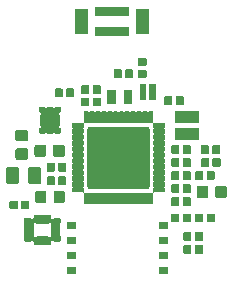
<source format=gbr>
G04 #@! TF.GenerationSoftware,KiCad,Pcbnew,(5.1.5-0-10_14)*
G04 #@! TF.CreationDate,2021-06-01T12:28:28-04:00*
G04 #@! TF.ProjectId,ESLO_RB2,45534c4f-5f52-4423-922e-6b696361645f,rev?*
G04 #@! TF.SameCoordinates,Original*
G04 #@! TF.FileFunction,Soldermask,Top*
G04 #@! TF.FilePolarity,Negative*
%FSLAX46Y46*%
G04 Gerber Fmt 4.6, Leading zero omitted, Abs format (unit mm)*
G04 Created by KiCad (PCBNEW (5.1.5-0-10_14)) date 2021-06-01 12:28:28*
%MOMM*%
%LPD*%
G04 APERTURE LIST*
%ADD10C,0.100000*%
G04 APERTURE END LIST*
D10*
G36*
X219951000Y-96611000D02*
G01*
X219199000Y-96611000D01*
X219199000Y-96009000D01*
X219951000Y-96009000D01*
X219951000Y-96611000D01*
G37*
G36*
X212201000Y-96611000D02*
G01*
X211449000Y-96611000D01*
X211449000Y-96009000D01*
X212201000Y-96009000D01*
X212201000Y-96611000D01*
G37*
G36*
X219951000Y-95341000D02*
G01*
X219199000Y-95341000D01*
X219199000Y-94739000D01*
X219951000Y-94739000D01*
X219951000Y-95341000D01*
G37*
G36*
X212201000Y-95341000D02*
G01*
X211449000Y-95341000D01*
X211449000Y-94739000D01*
X212201000Y-94739000D01*
X212201000Y-95341000D01*
G37*
G36*
X221886938Y-94181716D02*
G01*
X221907557Y-94187971D01*
X221926553Y-94198124D01*
X221943208Y-94211792D01*
X221956876Y-94228447D01*
X221967029Y-94247443D01*
X221973284Y-94268062D01*
X221976000Y-94295640D01*
X221976000Y-94804360D01*
X221973284Y-94831938D01*
X221967029Y-94852557D01*
X221956876Y-94871553D01*
X221943208Y-94888208D01*
X221926553Y-94901876D01*
X221907557Y-94912029D01*
X221886938Y-94918284D01*
X221859360Y-94921000D01*
X221400640Y-94921000D01*
X221373062Y-94918284D01*
X221352443Y-94912029D01*
X221333447Y-94901876D01*
X221316792Y-94888208D01*
X221303124Y-94871553D01*
X221292971Y-94852557D01*
X221286716Y-94831938D01*
X221284000Y-94804360D01*
X221284000Y-94295640D01*
X221286716Y-94268062D01*
X221292971Y-94247443D01*
X221303124Y-94228447D01*
X221316792Y-94211792D01*
X221333447Y-94198124D01*
X221352443Y-94187971D01*
X221373062Y-94181716D01*
X221400640Y-94179000D01*
X221859360Y-94179000D01*
X221886938Y-94181716D01*
G37*
G36*
X222856938Y-94181716D02*
G01*
X222877557Y-94187971D01*
X222896553Y-94198124D01*
X222913208Y-94211792D01*
X222926876Y-94228447D01*
X222937029Y-94247443D01*
X222943284Y-94268062D01*
X222946000Y-94295640D01*
X222946000Y-94804360D01*
X222943284Y-94831938D01*
X222937029Y-94852557D01*
X222926876Y-94871553D01*
X222913208Y-94888208D01*
X222896553Y-94901876D01*
X222877557Y-94912029D01*
X222856938Y-94918284D01*
X222829360Y-94921000D01*
X222370640Y-94921000D01*
X222343062Y-94918284D01*
X222322443Y-94912029D01*
X222303447Y-94901876D01*
X222286792Y-94888208D01*
X222273124Y-94871553D01*
X222262971Y-94852557D01*
X222256716Y-94831938D01*
X222254000Y-94804360D01*
X222254000Y-94295640D01*
X222256716Y-94268062D01*
X222262971Y-94247443D01*
X222273124Y-94228447D01*
X222286792Y-94211792D01*
X222303447Y-94198124D01*
X222322443Y-94187971D01*
X222343062Y-94181716D01*
X222370640Y-94179000D01*
X222829360Y-94179000D01*
X222856938Y-94181716D01*
G37*
G36*
X209058900Y-91623398D02*
G01*
X209071151Y-91624000D01*
X209653849Y-91624000D01*
X209666100Y-91623398D01*
X209668638Y-91623148D01*
X210056360Y-91623148D01*
X210072499Y-91624737D01*
X210082108Y-91627652D01*
X210090972Y-91632390D01*
X210098737Y-91638763D01*
X210105110Y-91646528D01*
X210109848Y-91655392D01*
X210112763Y-91665001D01*
X210114352Y-91681140D01*
X210114352Y-91873043D01*
X210116754Y-91897429D01*
X210123867Y-91920878D01*
X210135418Y-91942489D01*
X210150963Y-91961431D01*
X210169905Y-91976976D01*
X210191516Y-91988527D01*
X210214965Y-91995640D01*
X210239351Y-91998042D01*
X210263737Y-91995640D01*
X210287186Y-91988527D01*
X210308797Y-91976976D01*
X210327739Y-91961431D01*
X210371493Y-91917677D01*
X210384028Y-91907390D01*
X210392892Y-91902652D01*
X210402501Y-91899737D01*
X210418640Y-91898148D01*
X210831360Y-91898148D01*
X210847499Y-91899737D01*
X210857108Y-91902652D01*
X210865972Y-91907390D01*
X210873737Y-91913763D01*
X210880110Y-91921528D01*
X210884848Y-91930392D01*
X210887763Y-91940001D01*
X210889352Y-91956140D01*
X210889352Y-92343862D01*
X210889102Y-92346400D01*
X210888500Y-92358651D01*
X210888500Y-93441349D01*
X210889102Y-93453600D01*
X210889352Y-93456138D01*
X210889352Y-93843860D01*
X210887763Y-93859999D01*
X210884848Y-93869608D01*
X210880110Y-93878472D01*
X210873737Y-93886237D01*
X210865972Y-93892610D01*
X210857108Y-93897348D01*
X210847499Y-93900263D01*
X210831360Y-93901852D01*
X210418640Y-93901852D01*
X210402501Y-93900263D01*
X210392892Y-93897348D01*
X210384028Y-93892610D01*
X210371493Y-93882323D01*
X210327739Y-93838569D01*
X210308797Y-93823024D01*
X210287186Y-93811473D01*
X210263737Y-93804360D01*
X210239351Y-93801958D01*
X210214965Y-93804360D01*
X210191516Y-93811473D01*
X210169905Y-93823024D01*
X210150963Y-93838569D01*
X210135418Y-93857511D01*
X210123867Y-93879122D01*
X210116754Y-93902571D01*
X210114352Y-93926957D01*
X210114352Y-94118860D01*
X210112763Y-94134999D01*
X210109848Y-94144608D01*
X210105110Y-94153472D01*
X210098737Y-94161237D01*
X210090972Y-94167610D01*
X210082108Y-94172348D01*
X210072499Y-94175263D01*
X210056360Y-94176852D01*
X209668638Y-94176852D01*
X209666100Y-94176602D01*
X209653849Y-94176000D01*
X209071151Y-94176000D01*
X209058900Y-94176602D01*
X209056362Y-94176852D01*
X208668640Y-94176852D01*
X208652501Y-94175263D01*
X208642892Y-94172348D01*
X208634028Y-94167610D01*
X208626263Y-94161237D01*
X208619890Y-94153472D01*
X208615152Y-94144608D01*
X208612237Y-94134999D01*
X208610648Y-94118860D01*
X208610648Y-93926957D01*
X208608246Y-93902571D01*
X208601133Y-93879122D01*
X208589582Y-93857511D01*
X208574037Y-93838569D01*
X208555095Y-93823024D01*
X208533484Y-93811473D01*
X208510035Y-93804360D01*
X208485649Y-93801958D01*
X208461263Y-93804360D01*
X208437814Y-93811473D01*
X208416203Y-93823024D01*
X208397261Y-93838569D01*
X208353507Y-93882323D01*
X208340972Y-93892610D01*
X208332108Y-93897348D01*
X208322499Y-93900263D01*
X208306360Y-93901852D01*
X207893640Y-93901852D01*
X207877501Y-93900263D01*
X207867892Y-93897348D01*
X207859028Y-93892610D01*
X207851263Y-93886237D01*
X207844890Y-93878472D01*
X207840152Y-93869608D01*
X207837237Y-93859999D01*
X207835648Y-93843860D01*
X207835648Y-93456138D01*
X207835898Y-93453600D01*
X207836500Y-93441349D01*
X207836500Y-92426105D01*
X208613500Y-92426105D01*
X208613500Y-93373895D01*
X208615902Y-93398281D01*
X208623015Y-93421730D01*
X208634566Y-93443341D01*
X208650111Y-93462283D01*
X208669053Y-93477828D01*
X208690664Y-93489379D01*
X208714113Y-93496492D01*
X208738499Y-93498894D01*
X208762885Y-93496492D01*
X208786334Y-93489379D01*
X208807945Y-93477828D01*
X208826887Y-93462283D01*
X208871493Y-93417677D01*
X208884028Y-93407390D01*
X208892892Y-93402652D01*
X208902501Y-93399737D01*
X208918640Y-93398148D01*
X209056362Y-93398148D01*
X209058900Y-93398398D01*
X209071151Y-93399000D01*
X209653849Y-93399000D01*
X209666100Y-93398398D01*
X209668638Y-93398148D01*
X209806360Y-93398148D01*
X209822499Y-93399737D01*
X209832108Y-93402652D01*
X209840972Y-93407390D01*
X209853507Y-93417677D01*
X209898113Y-93462283D01*
X209917055Y-93477828D01*
X209938666Y-93489379D01*
X209962115Y-93496492D01*
X209986501Y-93498894D01*
X210010887Y-93496492D01*
X210034336Y-93489379D01*
X210055947Y-93477828D01*
X210074889Y-93462283D01*
X210090434Y-93443341D01*
X210101985Y-93421730D01*
X210109098Y-93398281D01*
X210111500Y-93373895D01*
X210111500Y-92426105D01*
X210109098Y-92401719D01*
X210101985Y-92378270D01*
X210090434Y-92356659D01*
X210074889Y-92337717D01*
X210055947Y-92322172D01*
X210034336Y-92310621D01*
X210010887Y-92303508D01*
X209986501Y-92301106D01*
X209962115Y-92303508D01*
X209938666Y-92310621D01*
X209917055Y-92322172D01*
X209898113Y-92337717D01*
X209853507Y-92382323D01*
X209840972Y-92392610D01*
X209832108Y-92397348D01*
X209822499Y-92400263D01*
X209806360Y-92401852D01*
X209668638Y-92401852D01*
X209666100Y-92401602D01*
X209653849Y-92401000D01*
X209071151Y-92401000D01*
X209058900Y-92401602D01*
X209056362Y-92401852D01*
X208918640Y-92401852D01*
X208902501Y-92400263D01*
X208892892Y-92397348D01*
X208884028Y-92392610D01*
X208871493Y-92382323D01*
X208826887Y-92337717D01*
X208807945Y-92322172D01*
X208786334Y-92310621D01*
X208762885Y-92303508D01*
X208738499Y-92301106D01*
X208714113Y-92303508D01*
X208690664Y-92310621D01*
X208669053Y-92322172D01*
X208650111Y-92337717D01*
X208634566Y-92356659D01*
X208623015Y-92378270D01*
X208615902Y-92401719D01*
X208613500Y-92426105D01*
X207836500Y-92426105D01*
X207836500Y-92358651D01*
X207835898Y-92346400D01*
X207835648Y-92343862D01*
X207835648Y-91956140D01*
X207837237Y-91940001D01*
X207840152Y-91930392D01*
X207844890Y-91921528D01*
X207851263Y-91913763D01*
X207859028Y-91907390D01*
X207867892Y-91902652D01*
X207877501Y-91899737D01*
X207893640Y-91898148D01*
X208306360Y-91898148D01*
X208322499Y-91899737D01*
X208332108Y-91902652D01*
X208340972Y-91907390D01*
X208353507Y-91917677D01*
X208397261Y-91961431D01*
X208416203Y-91976976D01*
X208437814Y-91988527D01*
X208461263Y-91995640D01*
X208485649Y-91998042D01*
X208510035Y-91995640D01*
X208533484Y-91988527D01*
X208555095Y-91976976D01*
X208574037Y-91961431D01*
X208589582Y-91942489D01*
X208601133Y-91920878D01*
X208608246Y-91897429D01*
X208610648Y-91873043D01*
X208610648Y-91681140D01*
X208612237Y-91665001D01*
X208615152Y-91655392D01*
X208619890Y-91646528D01*
X208626263Y-91638763D01*
X208634028Y-91632390D01*
X208642892Y-91627652D01*
X208652501Y-91624737D01*
X208668640Y-91623148D01*
X209056362Y-91623148D01*
X209058900Y-91623398D01*
G37*
G36*
X212201000Y-94071000D02*
G01*
X211449000Y-94071000D01*
X211449000Y-93469000D01*
X212201000Y-93469000D01*
X212201000Y-94071000D01*
G37*
G36*
X219951000Y-94071000D02*
G01*
X219199000Y-94071000D01*
X219199000Y-93469000D01*
X219951000Y-93469000D01*
X219951000Y-94071000D01*
G37*
G36*
X221886938Y-93081716D02*
G01*
X221907557Y-93087971D01*
X221926553Y-93098124D01*
X221943208Y-93111792D01*
X221956876Y-93128447D01*
X221967029Y-93147443D01*
X221973284Y-93168062D01*
X221976000Y-93195640D01*
X221976000Y-93704360D01*
X221973284Y-93731938D01*
X221967029Y-93752557D01*
X221956876Y-93771553D01*
X221943208Y-93788208D01*
X221926553Y-93801876D01*
X221907557Y-93812029D01*
X221886938Y-93818284D01*
X221859360Y-93821000D01*
X221400640Y-93821000D01*
X221373062Y-93818284D01*
X221352443Y-93812029D01*
X221333447Y-93801876D01*
X221316792Y-93788208D01*
X221303124Y-93771553D01*
X221292971Y-93752557D01*
X221286716Y-93731938D01*
X221284000Y-93704360D01*
X221284000Y-93195640D01*
X221286716Y-93168062D01*
X221292971Y-93147443D01*
X221303124Y-93128447D01*
X221316792Y-93111792D01*
X221333447Y-93098124D01*
X221352443Y-93087971D01*
X221373062Y-93081716D01*
X221400640Y-93079000D01*
X221859360Y-93079000D01*
X221886938Y-93081716D01*
G37*
G36*
X222856938Y-93081716D02*
G01*
X222877557Y-93087971D01*
X222896553Y-93098124D01*
X222913208Y-93111792D01*
X222926876Y-93128447D01*
X222937029Y-93147443D01*
X222943284Y-93168062D01*
X222946000Y-93195640D01*
X222946000Y-93704360D01*
X222943284Y-93731938D01*
X222937029Y-93752557D01*
X222926876Y-93771553D01*
X222913208Y-93788208D01*
X222896553Y-93801876D01*
X222877557Y-93812029D01*
X222856938Y-93818284D01*
X222829360Y-93821000D01*
X222370640Y-93821000D01*
X222343062Y-93818284D01*
X222322443Y-93812029D01*
X222303447Y-93801876D01*
X222286792Y-93788208D01*
X222273124Y-93771553D01*
X222262971Y-93752557D01*
X222256716Y-93731938D01*
X222254000Y-93704360D01*
X222254000Y-93195640D01*
X222256716Y-93168062D01*
X222262971Y-93147443D01*
X222273124Y-93128447D01*
X222286792Y-93111792D01*
X222303447Y-93098124D01*
X222322443Y-93087971D01*
X222343062Y-93081716D01*
X222370640Y-93079000D01*
X222829360Y-93079000D01*
X222856938Y-93081716D01*
G37*
G36*
X212201000Y-92801000D02*
G01*
X211449000Y-92801000D01*
X211449000Y-92199000D01*
X212201000Y-92199000D01*
X212201000Y-92801000D01*
G37*
G36*
X219951000Y-92801000D02*
G01*
X219199000Y-92801000D01*
X219199000Y-92199000D01*
X219951000Y-92199000D01*
X219951000Y-92801000D01*
G37*
G36*
X220871938Y-91531716D02*
G01*
X220892557Y-91537971D01*
X220911553Y-91548124D01*
X220928208Y-91561792D01*
X220941876Y-91578447D01*
X220952029Y-91597443D01*
X220958284Y-91618062D01*
X220961000Y-91645640D01*
X220961000Y-92154360D01*
X220958284Y-92181938D01*
X220952029Y-92202557D01*
X220941876Y-92221553D01*
X220928208Y-92238208D01*
X220911553Y-92251876D01*
X220892557Y-92262029D01*
X220871938Y-92268284D01*
X220844360Y-92271000D01*
X220385640Y-92271000D01*
X220358062Y-92268284D01*
X220337443Y-92262029D01*
X220318447Y-92251876D01*
X220301792Y-92238208D01*
X220288124Y-92221553D01*
X220277971Y-92202557D01*
X220271716Y-92181938D01*
X220269000Y-92154360D01*
X220269000Y-91645640D01*
X220271716Y-91618062D01*
X220277971Y-91597443D01*
X220288124Y-91578447D01*
X220301792Y-91561792D01*
X220318447Y-91548124D01*
X220337443Y-91537971D01*
X220358062Y-91531716D01*
X220385640Y-91529000D01*
X220844360Y-91529000D01*
X220871938Y-91531716D01*
G37*
G36*
X223856938Y-91531716D02*
G01*
X223877557Y-91537971D01*
X223896553Y-91548124D01*
X223913208Y-91561792D01*
X223926876Y-91578447D01*
X223937029Y-91597443D01*
X223943284Y-91618062D01*
X223946000Y-91645640D01*
X223946000Y-92154360D01*
X223943284Y-92181938D01*
X223937029Y-92202557D01*
X223926876Y-92221553D01*
X223913208Y-92238208D01*
X223896553Y-92251876D01*
X223877557Y-92262029D01*
X223856938Y-92268284D01*
X223829360Y-92271000D01*
X223370640Y-92271000D01*
X223343062Y-92268284D01*
X223322443Y-92262029D01*
X223303447Y-92251876D01*
X223286792Y-92238208D01*
X223273124Y-92221553D01*
X223262971Y-92202557D01*
X223256716Y-92181938D01*
X223254000Y-92154360D01*
X223254000Y-91645640D01*
X223256716Y-91618062D01*
X223262971Y-91597443D01*
X223273124Y-91578447D01*
X223286792Y-91561792D01*
X223303447Y-91548124D01*
X223322443Y-91537971D01*
X223343062Y-91531716D01*
X223370640Y-91529000D01*
X223829360Y-91529000D01*
X223856938Y-91531716D01*
G37*
G36*
X222886938Y-91531716D02*
G01*
X222907557Y-91537971D01*
X222926553Y-91548124D01*
X222943208Y-91561792D01*
X222956876Y-91578447D01*
X222967029Y-91597443D01*
X222973284Y-91618062D01*
X222976000Y-91645640D01*
X222976000Y-92154360D01*
X222973284Y-92181938D01*
X222967029Y-92202557D01*
X222956876Y-92221553D01*
X222943208Y-92238208D01*
X222926553Y-92251876D01*
X222907557Y-92262029D01*
X222886938Y-92268284D01*
X222859360Y-92271000D01*
X222400640Y-92271000D01*
X222373062Y-92268284D01*
X222352443Y-92262029D01*
X222333447Y-92251876D01*
X222316792Y-92238208D01*
X222303124Y-92221553D01*
X222292971Y-92202557D01*
X222286716Y-92181938D01*
X222284000Y-92154360D01*
X222284000Y-91645640D01*
X222286716Y-91618062D01*
X222292971Y-91597443D01*
X222303124Y-91578447D01*
X222316792Y-91561792D01*
X222333447Y-91548124D01*
X222352443Y-91537971D01*
X222373062Y-91531716D01*
X222400640Y-91529000D01*
X222859360Y-91529000D01*
X222886938Y-91531716D01*
G37*
G36*
X221841938Y-91531716D02*
G01*
X221862557Y-91537971D01*
X221881553Y-91548124D01*
X221898208Y-91561792D01*
X221911876Y-91578447D01*
X221922029Y-91597443D01*
X221928284Y-91618062D01*
X221931000Y-91645640D01*
X221931000Y-92154360D01*
X221928284Y-92181938D01*
X221922029Y-92202557D01*
X221911876Y-92221553D01*
X221898208Y-92238208D01*
X221881553Y-92251876D01*
X221862557Y-92262029D01*
X221841938Y-92268284D01*
X221814360Y-92271000D01*
X221355640Y-92271000D01*
X221328062Y-92268284D01*
X221307443Y-92262029D01*
X221288447Y-92251876D01*
X221271792Y-92238208D01*
X221258124Y-92221553D01*
X221247971Y-92202557D01*
X221241716Y-92181938D01*
X221239000Y-92154360D01*
X221239000Y-91645640D01*
X221241716Y-91618062D01*
X221247971Y-91597443D01*
X221258124Y-91578447D01*
X221271792Y-91561792D01*
X221288447Y-91548124D01*
X221307443Y-91537971D01*
X221328062Y-91531716D01*
X221355640Y-91529000D01*
X221814360Y-91529000D01*
X221841938Y-91531716D01*
G37*
G36*
X207171938Y-90431716D02*
G01*
X207192557Y-90437971D01*
X207211553Y-90448124D01*
X207228208Y-90461792D01*
X207241876Y-90478447D01*
X207252029Y-90497443D01*
X207258284Y-90518062D01*
X207261000Y-90545640D01*
X207261000Y-91054360D01*
X207258284Y-91081938D01*
X207252029Y-91102557D01*
X207241876Y-91121553D01*
X207228208Y-91138208D01*
X207211553Y-91151876D01*
X207192557Y-91162029D01*
X207171938Y-91168284D01*
X207144360Y-91171000D01*
X206685640Y-91171000D01*
X206658062Y-91168284D01*
X206637443Y-91162029D01*
X206618447Y-91151876D01*
X206601792Y-91138208D01*
X206588124Y-91121553D01*
X206577971Y-91102557D01*
X206571716Y-91081938D01*
X206569000Y-91054360D01*
X206569000Y-90545640D01*
X206571716Y-90518062D01*
X206577971Y-90497443D01*
X206588124Y-90478447D01*
X206601792Y-90461792D01*
X206618447Y-90448124D01*
X206637443Y-90437971D01*
X206658062Y-90431716D01*
X206685640Y-90429000D01*
X207144360Y-90429000D01*
X207171938Y-90431716D01*
G37*
G36*
X208141938Y-90431716D02*
G01*
X208162557Y-90437971D01*
X208181553Y-90448124D01*
X208198208Y-90461792D01*
X208211876Y-90478447D01*
X208222029Y-90497443D01*
X208228284Y-90518062D01*
X208231000Y-90545640D01*
X208231000Y-91054360D01*
X208228284Y-91081938D01*
X208222029Y-91102557D01*
X208211876Y-91121553D01*
X208198208Y-91138208D01*
X208181553Y-91151876D01*
X208162557Y-91162029D01*
X208141938Y-91168284D01*
X208114360Y-91171000D01*
X207655640Y-91171000D01*
X207628062Y-91168284D01*
X207607443Y-91162029D01*
X207588447Y-91151876D01*
X207571792Y-91138208D01*
X207558124Y-91121553D01*
X207547971Y-91102557D01*
X207541716Y-91081938D01*
X207539000Y-91054360D01*
X207539000Y-90545640D01*
X207541716Y-90518062D01*
X207547971Y-90497443D01*
X207558124Y-90478447D01*
X207571792Y-90461792D01*
X207588447Y-90448124D01*
X207607443Y-90437971D01*
X207628062Y-90431716D01*
X207655640Y-90429000D01*
X208114360Y-90429000D01*
X208141938Y-90431716D01*
G37*
G36*
X220856938Y-90131716D02*
G01*
X220877557Y-90137971D01*
X220896553Y-90148124D01*
X220913208Y-90161792D01*
X220926876Y-90178447D01*
X220937029Y-90197443D01*
X220943284Y-90218062D01*
X220946000Y-90245640D01*
X220946000Y-90754360D01*
X220943284Y-90781938D01*
X220937029Y-90802557D01*
X220926876Y-90821553D01*
X220913208Y-90838208D01*
X220896553Y-90851876D01*
X220877557Y-90862029D01*
X220856938Y-90868284D01*
X220829360Y-90871000D01*
X220370640Y-90871000D01*
X220343062Y-90868284D01*
X220322443Y-90862029D01*
X220303447Y-90851876D01*
X220286792Y-90838208D01*
X220273124Y-90821553D01*
X220262971Y-90802557D01*
X220256716Y-90781938D01*
X220254000Y-90754360D01*
X220254000Y-90245640D01*
X220256716Y-90218062D01*
X220262971Y-90197443D01*
X220273124Y-90178447D01*
X220286792Y-90161792D01*
X220303447Y-90148124D01*
X220322443Y-90137971D01*
X220343062Y-90131716D01*
X220370640Y-90129000D01*
X220829360Y-90129000D01*
X220856938Y-90131716D01*
G37*
G36*
X221826938Y-90131716D02*
G01*
X221847557Y-90137971D01*
X221866553Y-90148124D01*
X221883208Y-90161792D01*
X221896876Y-90178447D01*
X221907029Y-90197443D01*
X221913284Y-90218062D01*
X221916000Y-90245640D01*
X221916000Y-90754360D01*
X221913284Y-90781938D01*
X221907029Y-90802557D01*
X221896876Y-90821553D01*
X221883208Y-90838208D01*
X221866553Y-90851876D01*
X221847557Y-90862029D01*
X221826938Y-90868284D01*
X221799360Y-90871000D01*
X221340640Y-90871000D01*
X221313062Y-90868284D01*
X221292443Y-90862029D01*
X221273447Y-90851876D01*
X221256792Y-90838208D01*
X221243124Y-90821553D01*
X221232971Y-90802557D01*
X221226716Y-90781938D01*
X221224000Y-90754360D01*
X221224000Y-90245640D01*
X221226716Y-90218062D01*
X221232971Y-90197443D01*
X221243124Y-90178447D01*
X221256792Y-90161792D01*
X221273447Y-90148124D01*
X221292443Y-90137971D01*
X221313062Y-90131716D01*
X221340640Y-90129000D01*
X221799360Y-90129000D01*
X221826938Y-90131716D01*
G37*
G36*
X213205355Y-82875083D02*
G01*
X213210029Y-82876501D01*
X213214330Y-82878800D01*
X213220702Y-82884029D01*
X213241076Y-82897643D01*
X213263715Y-82907020D01*
X213287749Y-82911800D01*
X213312253Y-82911800D01*
X213336286Y-82907019D01*
X213358925Y-82897642D01*
X213379298Y-82884029D01*
X213385670Y-82878800D01*
X213389971Y-82876501D01*
X213394645Y-82875083D01*
X213405641Y-82874000D01*
X213694359Y-82874000D01*
X213705355Y-82875083D01*
X213710029Y-82876501D01*
X213714330Y-82878800D01*
X213720702Y-82884029D01*
X213741076Y-82897643D01*
X213763715Y-82907020D01*
X213787749Y-82911800D01*
X213812253Y-82911800D01*
X213836286Y-82907019D01*
X213858925Y-82897642D01*
X213879298Y-82884029D01*
X213885670Y-82878800D01*
X213889971Y-82876501D01*
X213894645Y-82875083D01*
X213905641Y-82874000D01*
X214194359Y-82874000D01*
X214205355Y-82875083D01*
X214210029Y-82876501D01*
X214214330Y-82878800D01*
X214220702Y-82884029D01*
X214241076Y-82897643D01*
X214263715Y-82907020D01*
X214287749Y-82911800D01*
X214312253Y-82911800D01*
X214336286Y-82907019D01*
X214358925Y-82897642D01*
X214379298Y-82884029D01*
X214385670Y-82878800D01*
X214389971Y-82876501D01*
X214394645Y-82875083D01*
X214405641Y-82874000D01*
X214694359Y-82874000D01*
X214705355Y-82875083D01*
X214710029Y-82876501D01*
X214714330Y-82878800D01*
X214720702Y-82884029D01*
X214741076Y-82897643D01*
X214763715Y-82907020D01*
X214787749Y-82911800D01*
X214812253Y-82911800D01*
X214836286Y-82907019D01*
X214858925Y-82897642D01*
X214879298Y-82884029D01*
X214885670Y-82878800D01*
X214889971Y-82876501D01*
X214894645Y-82875083D01*
X214905641Y-82874000D01*
X215194359Y-82874000D01*
X215205355Y-82875083D01*
X215210029Y-82876501D01*
X215214330Y-82878800D01*
X215220702Y-82884029D01*
X215241076Y-82897643D01*
X215263715Y-82907020D01*
X215287749Y-82911800D01*
X215312253Y-82911800D01*
X215336286Y-82907019D01*
X215358925Y-82897642D01*
X215379298Y-82884029D01*
X215385670Y-82878800D01*
X215389971Y-82876501D01*
X215394645Y-82875083D01*
X215405641Y-82874000D01*
X215694359Y-82874000D01*
X215705355Y-82875083D01*
X215710029Y-82876501D01*
X215714330Y-82878800D01*
X215720702Y-82884029D01*
X215741076Y-82897643D01*
X215763715Y-82907020D01*
X215787749Y-82911800D01*
X215812253Y-82911800D01*
X215836286Y-82907019D01*
X215858925Y-82897642D01*
X215879298Y-82884029D01*
X215885670Y-82878800D01*
X215889971Y-82876501D01*
X215894645Y-82875083D01*
X215905641Y-82874000D01*
X216194359Y-82874000D01*
X216205355Y-82875083D01*
X216210029Y-82876501D01*
X216214330Y-82878800D01*
X216220702Y-82884029D01*
X216241076Y-82897643D01*
X216263715Y-82907020D01*
X216287749Y-82911800D01*
X216312253Y-82911800D01*
X216336286Y-82907019D01*
X216358925Y-82897642D01*
X216379298Y-82884029D01*
X216385670Y-82878800D01*
X216389971Y-82876501D01*
X216394645Y-82875083D01*
X216405641Y-82874000D01*
X216694359Y-82874000D01*
X216705355Y-82875083D01*
X216710029Y-82876501D01*
X216714330Y-82878800D01*
X216720702Y-82884029D01*
X216741076Y-82897643D01*
X216763715Y-82907020D01*
X216787749Y-82911800D01*
X216812253Y-82911800D01*
X216836286Y-82907019D01*
X216858925Y-82897642D01*
X216879298Y-82884029D01*
X216885670Y-82878800D01*
X216889971Y-82876501D01*
X216894645Y-82875083D01*
X216905641Y-82874000D01*
X217194359Y-82874000D01*
X217205355Y-82875083D01*
X217210029Y-82876501D01*
X217214330Y-82878800D01*
X217220702Y-82884029D01*
X217241076Y-82897643D01*
X217263715Y-82907020D01*
X217287749Y-82911800D01*
X217312253Y-82911800D01*
X217336286Y-82907019D01*
X217358925Y-82897642D01*
X217379298Y-82884029D01*
X217385670Y-82878800D01*
X217389971Y-82876501D01*
X217394645Y-82875083D01*
X217405641Y-82874000D01*
X217694359Y-82874000D01*
X217705355Y-82875083D01*
X217710029Y-82876501D01*
X217714330Y-82878800D01*
X217720702Y-82884029D01*
X217741076Y-82897643D01*
X217763715Y-82907020D01*
X217787749Y-82911800D01*
X217812253Y-82911800D01*
X217836286Y-82907019D01*
X217858925Y-82897642D01*
X217879298Y-82884029D01*
X217885670Y-82878800D01*
X217889971Y-82876501D01*
X217894645Y-82875083D01*
X217905641Y-82874000D01*
X218194359Y-82874000D01*
X218205355Y-82875083D01*
X218210029Y-82876501D01*
X218214330Y-82878800D01*
X218220702Y-82884029D01*
X218241076Y-82897643D01*
X218263715Y-82907020D01*
X218287749Y-82911800D01*
X218312253Y-82911800D01*
X218336286Y-82907019D01*
X218358925Y-82897642D01*
X218379298Y-82884029D01*
X218385670Y-82878800D01*
X218389971Y-82876501D01*
X218394645Y-82875083D01*
X218405641Y-82874000D01*
X218694359Y-82874000D01*
X218705355Y-82875083D01*
X218710029Y-82876501D01*
X218714331Y-82878800D01*
X218718104Y-82881896D01*
X218721200Y-82885669D01*
X218723499Y-82889971D01*
X218724917Y-82894645D01*
X218726000Y-82905641D01*
X218726000Y-83749001D01*
X218728402Y-83773387D01*
X218735515Y-83796836D01*
X218747066Y-83818447D01*
X218762611Y-83837389D01*
X218781553Y-83852934D01*
X218803164Y-83864485D01*
X218826613Y-83871598D01*
X218850999Y-83874000D01*
X219694359Y-83874000D01*
X219705355Y-83875083D01*
X219710029Y-83876501D01*
X219714331Y-83878800D01*
X219718104Y-83881896D01*
X219721200Y-83885669D01*
X219723499Y-83889971D01*
X219724917Y-83894645D01*
X219726000Y-83905641D01*
X219726000Y-84194359D01*
X219724917Y-84205355D01*
X219723499Y-84210029D01*
X219721200Y-84214330D01*
X219715971Y-84220702D01*
X219702357Y-84241076D01*
X219692980Y-84263715D01*
X219688200Y-84287749D01*
X219688200Y-84312253D01*
X219692981Y-84336286D01*
X219702358Y-84358925D01*
X219715971Y-84379298D01*
X219721200Y-84385670D01*
X219723499Y-84389971D01*
X219724917Y-84394645D01*
X219726000Y-84405641D01*
X219726000Y-84694359D01*
X219724917Y-84705355D01*
X219723499Y-84710029D01*
X219721200Y-84714330D01*
X219715971Y-84720702D01*
X219702357Y-84741076D01*
X219692980Y-84763715D01*
X219688200Y-84787749D01*
X219688200Y-84812253D01*
X219692981Y-84836286D01*
X219702358Y-84858925D01*
X219715971Y-84879298D01*
X219721200Y-84885670D01*
X219723499Y-84889971D01*
X219724917Y-84894645D01*
X219726000Y-84905641D01*
X219726000Y-85194359D01*
X219724917Y-85205355D01*
X219723499Y-85210029D01*
X219721200Y-85214330D01*
X219715971Y-85220702D01*
X219702357Y-85241076D01*
X219692980Y-85263715D01*
X219688200Y-85287749D01*
X219688200Y-85312253D01*
X219692981Y-85336286D01*
X219702358Y-85358925D01*
X219715971Y-85379298D01*
X219721200Y-85385670D01*
X219723499Y-85389971D01*
X219724917Y-85394645D01*
X219726000Y-85405641D01*
X219726000Y-85694359D01*
X219724917Y-85705355D01*
X219723499Y-85710029D01*
X219721200Y-85714330D01*
X219715971Y-85720702D01*
X219702357Y-85741076D01*
X219692980Y-85763715D01*
X219688200Y-85787749D01*
X219688200Y-85812253D01*
X219692981Y-85836286D01*
X219702358Y-85858925D01*
X219715971Y-85879298D01*
X219721200Y-85885670D01*
X219723499Y-85889971D01*
X219724917Y-85894645D01*
X219726000Y-85905641D01*
X219726000Y-86194359D01*
X219724917Y-86205355D01*
X219723499Y-86210029D01*
X219721200Y-86214330D01*
X219715971Y-86220702D01*
X219702357Y-86241076D01*
X219692980Y-86263715D01*
X219688200Y-86287749D01*
X219688200Y-86312253D01*
X219692981Y-86336286D01*
X219702358Y-86358925D01*
X219715971Y-86379298D01*
X219721200Y-86385670D01*
X219723499Y-86389971D01*
X219724917Y-86394645D01*
X219726000Y-86405641D01*
X219726000Y-86694359D01*
X219724917Y-86705355D01*
X219723499Y-86710029D01*
X219721200Y-86714330D01*
X219715971Y-86720702D01*
X219702357Y-86741076D01*
X219692980Y-86763715D01*
X219688200Y-86787749D01*
X219688200Y-86812253D01*
X219692981Y-86836286D01*
X219702358Y-86858925D01*
X219715971Y-86879298D01*
X219721200Y-86885670D01*
X219723499Y-86889971D01*
X219724917Y-86894645D01*
X219726000Y-86905641D01*
X219726000Y-87194359D01*
X219724917Y-87205355D01*
X219723499Y-87210029D01*
X219721200Y-87214330D01*
X219715971Y-87220702D01*
X219702357Y-87241076D01*
X219692980Y-87263715D01*
X219688200Y-87287749D01*
X219688200Y-87312253D01*
X219692981Y-87336286D01*
X219702358Y-87358925D01*
X219715971Y-87379298D01*
X219721200Y-87385670D01*
X219723499Y-87389971D01*
X219724917Y-87394645D01*
X219726000Y-87405641D01*
X219726000Y-87694359D01*
X219724917Y-87705355D01*
X219723499Y-87710029D01*
X219721200Y-87714330D01*
X219715971Y-87720702D01*
X219702357Y-87741076D01*
X219692980Y-87763715D01*
X219688200Y-87787749D01*
X219688200Y-87812253D01*
X219692981Y-87836286D01*
X219702358Y-87858925D01*
X219715971Y-87879298D01*
X219721200Y-87885670D01*
X219723499Y-87889971D01*
X219724917Y-87894645D01*
X219726000Y-87905641D01*
X219726000Y-88194359D01*
X219724917Y-88205355D01*
X219723499Y-88210029D01*
X219721200Y-88214330D01*
X219715971Y-88220702D01*
X219702357Y-88241076D01*
X219692980Y-88263715D01*
X219688200Y-88287749D01*
X219688200Y-88312253D01*
X219692981Y-88336286D01*
X219702358Y-88358925D01*
X219715971Y-88379298D01*
X219721200Y-88385670D01*
X219723499Y-88389971D01*
X219724917Y-88394645D01*
X219726000Y-88405641D01*
X219726000Y-88694359D01*
X219724917Y-88705355D01*
X219723499Y-88710029D01*
X219721200Y-88714330D01*
X219715971Y-88720702D01*
X219702357Y-88741076D01*
X219692980Y-88763715D01*
X219688200Y-88787749D01*
X219688200Y-88812253D01*
X219692981Y-88836286D01*
X219702358Y-88858925D01*
X219715971Y-88879298D01*
X219721200Y-88885670D01*
X219723499Y-88889971D01*
X219724917Y-88894645D01*
X219726000Y-88905641D01*
X219726000Y-89194359D01*
X219724917Y-89205355D01*
X219723499Y-89210029D01*
X219721200Y-89214330D01*
X219715971Y-89220702D01*
X219702357Y-89241076D01*
X219692980Y-89263715D01*
X219688200Y-89287749D01*
X219688200Y-89312253D01*
X219692981Y-89336286D01*
X219702358Y-89358925D01*
X219715971Y-89379298D01*
X219721200Y-89385670D01*
X219723499Y-89389971D01*
X219724917Y-89394645D01*
X219726000Y-89405641D01*
X219726000Y-89694359D01*
X219724917Y-89705355D01*
X219723499Y-89710029D01*
X219721200Y-89714331D01*
X219718104Y-89718104D01*
X219714331Y-89721200D01*
X219710029Y-89723499D01*
X219705355Y-89724917D01*
X219694359Y-89726000D01*
X218850999Y-89726000D01*
X218826613Y-89728402D01*
X218803164Y-89735515D01*
X218781553Y-89747066D01*
X218762611Y-89762611D01*
X218747066Y-89781553D01*
X218735515Y-89803164D01*
X218728402Y-89826613D01*
X218726000Y-89850999D01*
X218726000Y-90694359D01*
X218724917Y-90705355D01*
X218723499Y-90710029D01*
X218721200Y-90714331D01*
X218718104Y-90718104D01*
X218714331Y-90721200D01*
X218710029Y-90723499D01*
X218705355Y-90724917D01*
X218694359Y-90726000D01*
X218405641Y-90726000D01*
X218394645Y-90724917D01*
X218389971Y-90723499D01*
X218385670Y-90721200D01*
X218379298Y-90715971D01*
X218358924Y-90702357D01*
X218336285Y-90692980D01*
X218312251Y-90688200D01*
X218287747Y-90688200D01*
X218263714Y-90692981D01*
X218241075Y-90702358D01*
X218220702Y-90715971D01*
X218214330Y-90721200D01*
X218210029Y-90723499D01*
X218205355Y-90724917D01*
X218194359Y-90726000D01*
X217905641Y-90726000D01*
X217894645Y-90724917D01*
X217889971Y-90723499D01*
X217885670Y-90721200D01*
X217879298Y-90715971D01*
X217858924Y-90702357D01*
X217836285Y-90692980D01*
X217812251Y-90688200D01*
X217787747Y-90688200D01*
X217763714Y-90692981D01*
X217741075Y-90702358D01*
X217720702Y-90715971D01*
X217714330Y-90721200D01*
X217710029Y-90723499D01*
X217705355Y-90724917D01*
X217694359Y-90726000D01*
X217405641Y-90726000D01*
X217394645Y-90724917D01*
X217389971Y-90723499D01*
X217385670Y-90721200D01*
X217379298Y-90715971D01*
X217358924Y-90702357D01*
X217336285Y-90692980D01*
X217312251Y-90688200D01*
X217287747Y-90688200D01*
X217263714Y-90692981D01*
X217241075Y-90702358D01*
X217220702Y-90715971D01*
X217214330Y-90721200D01*
X217210029Y-90723499D01*
X217205355Y-90724917D01*
X217194359Y-90726000D01*
X216905641Y-90726000D01*
X216894645Y-90724917D01*
X216889971Y-90723499D01*
X216885670Y-90721200D01*
X216879298Y-90715971D01*
X216858924Y-90702357D01*
X216836285Y-90692980D01*
X216812251Y-90688200D01*
X216787747Y-90688200D01*
X216763714Y-90692981D01*
X216741075Y-90702358D01*
X216720702Y-90715971D01*
X216714330Y-90721200D01*
X216710029Y-90723499D01*
X216705355Y-90724917D01*
X216694359Y-90726000D01*
X216405641Y-90726000D01*
X216394645Y-90724917D01*
X216389971Y-90723499D01*
X216385670Y-90721200D01*
X216379298Y-90715971D01*
X216358924Y-90702357D01*
X216336285Y-90692980D01*
X216312251Y-90688200D01*
X216287747Y-90688200D01*
X216263714Y-90692981D01*
X216241075Y-90702358D01*
X216220702Y-90715971D01*
X216214330Y-90721200D01*
X216210029Y-90723499D01*
X216205355Y-90724917D01*
X216194359Y-90726000D01*
X215905641Y-90726000D01*
X215894645Y-90724917D01*
X215889971Y-90723499D01*
X215885670Y-90721200D01*
X215879298Y-90715971D01*
X215858924Y-90702357D01*
X215836285Y-90692980D01*
X215812251Y-90688200D01*
X215787747Y-90688200D01*
X215763714Y-90692981D01*
X215741075Y-90702358D01*
X215720702Y-90715971D01*
X215714330Y-90721200D01*
X215710029Y-90723499D01*
X215705355Y-90724917D01*
X215694359Y-90726000D01*
X215405641Y-90726000D01*
X215394645Y-90724917D01*
X215389971Y-90723499D01*
X215385670Y-90721200D01*
X215379298Y-90715971D01*
X215358924Y-90702357D01*
X215336285Y-90692980D01*
X215312251Y-90688200D01*
X215287747Y-90688200D01*
X215263714Y-90692981D01*
X215241075Y-90702358D01*
X215220702Y-90715971D01*
X215214330Y-90721200D01*
X215210029Y-90723499D01*
X215205355Y-90724917D01*
X215194359Y-90726000D01*
X214905641Y-90726000D01*
X214894645Y-90724917D01*
X214889971Y-90723499D01*
X214885670Y-90721200D01*
X214879298Y-90715971D01*
X214858924Y-90702357D01*
X214836285Y-90692980D01*
X214812251Y-90688200D01*
X214787747Y-90688200D01*
X214763714Y-90692981D01*
X214741075Y-90702358D01*
X214720702Y-90715971D01*
X214714330Y-90721200D01*
X214710029Y-90723499D01*
X214705355Y-90724917D01*
X214694359Y-90726000D01*
X214405641Y-90726000D01*
X214394645Y-90724917D01*
X214389971Y-90723499D01*
X214385670Y-90721200D01*
X214379298Y-90715971D01*
X214358924Y-90702357D01*
X214336285Y-90692980D01*
X214312251Y-90688200D01*
X214287747Y-90688200D01*
X214263714Y-90692981D01*
X214241075Y-90702358D01*
X214220702Y-90715971D01*
X214214330Y-90721200D01*
X214210029Y-90723499D01*
X214205355Y-90724917D01*
X214194359Y-90726000D01*
X213905641Y-90726000D01*
X213894645Y-90724917D01*
X213889971Y-90723499D01*
X213885670Y-90721200D01*
X213879298Y-90715971D01*
X213858924Y-90702357D01*
X213836285Y-90692980D01*
X213812251Y-90688200D01*
X213787747Y-90688200D01*
X213763714Y-90692981D01*
X213741075Y-90702358D01*
X213720702Y-90715971D01*
X213714330Y-90721200D01*
X213710029Y-90723499D01*
X213705355Y-90724917D01*
X213694359Y-90726000D01*
X213405641Y-90726000D01*
X213394645Y-90724917D01*
X213389971Y-90723499D01*
X213385670Y-90721200D01*
X213379298Y-90715971D01*
X213358924Y-90702357D01*
X213336285Y-90692980D01*
X213312251Y-90688200D01*
X213287747Y-90688200D01*
X213263714Y-90692981D01*
X213241075Y-90702358D01*
X213220702Y-90715971D01*
X213214330Y-90721200D01*
X213210029Y-90723499D01*
X213205355Y-90724917D01*
X213194359Y-90726000D01*
X212905641Y-90726000D01*
X212894645Y-90724917D01*
X212889971Y-90723499D01*
X212885669Y-90721200D01*
X212881896Y-90718104D01*
X212878800Y-90714331D01*
X212876501Y-90710029D01*
X212875083Y-90705355D01*
X212874000Y-90694359D01*
X212874000Y-89850999D01*
X212871598Y-89826613D01*
X212864485Y-89803164D01*
X212852934Y-89781553D01*
X212837389Y-89762611D01*
X212818447Y-89747066D01*
X212796836Y-89735515D01*
X212773387Y-89728402D01*
X212749001Y-89726000D01*
X211905641Y-89726000D01*
X211894645Y-89724917D01*
X211889971Y-89723499D01*
X211885669Y-89721200D01*
X211881896Y-89718104D01*
X211878800Y-89714331D01*
X211876501Y-89710029D01*
X211875083Y-89705355D01*
X211874000Y-89694359D01*
X211874000Y-89405641D01*
X211875083Y-89394645D01*
X211876501Y-89389971D01*
X211878800Y-89385670D01*
X211884029Y-89379298D01*
X211897643Y-89358924D01*
X211907020Y-89336285D01*
X211911800Y-89312251D01*
X211911800Y-89287747D01*
X211907019Y-89263714D01*
X211897642Y-89241075D01*
X211884029Y-89220702D01*
X211878800Y-89214330D01*
X211876501Y-89210029D01*
X211875083Y-89205355D01*
X211874000Y-89194359D01*
X211874000Y-88905641D01*
X211875083Y-88894645D01*
X211876501Y-88889971D01*
X211878800Y-88885670D01*
X211884029Y-88879298D01*
X211897643Y-88858924D01*
X211907020Y-88836285D01*
X211911800Y-88812251D01*
X211911800Y-88787747D01*
X211907019Y-88763714D01*
X211897642Y-88741075D01*
X211884029Y-88720702D01*
X211878800Y-88714330D01*
X211876501Y-88710029D01*
X211875083Y-88705355D01*
X211874000Y-88694359D01*
X211874000Y-88405641D01*
X211875083Y-88394645D01*
X211876501Y-88389971D01*
X211878800Y-88385670D01*
X211884029Y-88379298D01*
X211897643Y-88358924D01*
X211907020Y-88336285D01*
X211911800Y-88312251D01*
X211911800Y-88287747D01*
X211907019Y-88263714D01*
X211897642Y-88241075D01*
X211884029Y-88220702D01*
X211878800Y-88214330D01*
X211876501Y-88210029D01*
X211875083Y-88205355D01*
X211874000Y-88194359D01*
X211874000Y-87905641D01*
X211875083Y-87894645D01*
X211876501Y-87889971D01*
X211878800Y-87885670D01*
X211884029Y-87879298D01*
X211897643Y-87858924D01*
X211907020Y-87836285D01*
X211911800Y-87812251D01*
X211911800Y-87787747D01*
X211907019Y-87763714D01*
X211897642Y-87741075D01*
X211884029Y-87720702D01*
X211878800Y-87714330D01*
X211876501Y-87710029D01*
X211875083Y-87705355D01*
X211874000Y-87694359D01*
X211874000Y-87405641D01*
X211875083Y-87394645D01*
X211876501Y-87389971D01*
X211878800Y-87385670D01*
X211884029Y-87379298D01*
X211897643Y-87358924D01*
X211907020Y-87336285D01*
X211911800Y-87312251D01*
X211911800Y-87287747D01*
X211907019Y-87263714D01*
X211897642Y-87241075D01*
X211884029Y-87220702D01*
X211878800Y-87214330D01*
X211876501Y-87210029D01*
X211875083Y-87205355D01*
X211874000Y-87194359D01*
X211874000Y-86905641D01*
X211875083Y-86894645D01*
X211876501Y-86889971D01*
X211878800Y-86885670D01*
X211884029Y-86879298D01*
X211897643Y-86858924D01*
X211907020Y-86836285D01*
X211911800Y-86812251D01*
X211911800Y-86787747D01*
X211907019Y-86763714D01*
X211897642Y-86741075D01*
X211884029Y-86720702D01*
X211878800Y-86714330D01*
X211876501Y-86710029D01*
X211875083Y-86705355D01*
X211874000Y-86694359D01*
X211874000Y-86405641D01*
X211875083Y-86394645D01*
X211876501Y-86389971D01*
X211878800Y-86385670D01*
X211884029Y-86379298D01*
X211897643Y-86358924D01*
X211907020Y-86336285D01*
X211911800Y-86312251D01*
X211911800Y-86287747D01*
X211907019Y-86263714D01*
X211897642Y-86241075D01*
X211884029Y-86220702D01*
X211878800Y-86214330D01*
X211876501Y-86210029D01*
X211875083Y-86205355D01*
X211874000Y-86194359D01*
X211874000Y-85905641D01*
X211875083Y-85894645D01*
X211876501Y-85889971D01*
X211878800Y-85885670D01*
X211884029Y-85879298D01*
X211897643Y-85858924D01*
X211907020Y-85836285D01*
X211911800Y-85812251D01*
X211911800Y-85787747D01*
X211907019Y-85763714D01*
X211897642Y-85741075D01*
X211884029Y-85720702D01*
X211878800Y-85714330D01*
X211876501Y-85710029D01*
X211875083Y-85705355D01*
X211874000Y-85694359D01*
X211874000Y-85405641D01*
X211875083Y-85394645D01*
X211876501Y-85389971D01*
X211878800Y-85385670D01*
X211884029Y-85379298D01*
X211897643Y-85358924D01*
X211907020Y-85336285D01*
X211911800Y-85312251D01*
X211911800Y-85287747D01*
X211907019Y-85263714D01*
X211897642Y-85241075D01*
X211884029Y-85220702D01*
X211878800Y-85214330D01*
X211876501Y-85210029D01*
X211875083Y-85205355D01*
X211874000Y-85194359D01*
X211874000Y-84905641D01*
X211875083Y-84894645D01*
X211876501Y-84889971D01*
X211878800Y-84885670D01*
X211884029Y-84879298D01*
X211897643Y-84858924D01*
X211907020Y-84836285D01*
X211911800Y-84812251D01*
X211911800Y-84787747D01*
X211907019Y-84763714D01*
X211897642Y-84741075D01*
X211884029Y-84720702D01*
X211878800Y-84714330D01*
X211876501Y-84710029D01*
X211875083Y-84705355D01*
X211874000Y-84694359D01*
X211874000Y-84405641D01*
X211875083Y-84394645D01*
X211876501Y-84389971D01*
X211878800Y-84385670D01*
X211884029Y-84379298D01*
X211897643Y-84358924D01*
X211907020Y-84336285D01*
X211911800Y-84312251D01*
X211911800Y-84287749D01*
X212813200Y-84287749D01*
X212813200Y-84312253D01*
X212817981Y-84336286D01*
X212827358Y-84358925D01*
X212840971Y-84379298D01*
X212846200Y-84385670D01*
X212848499Y-84389971D01*
X212849917Y-84394645D01*
X212851000Y-84405641D01*
X212851000Y-84694359D01*
X212849917Y-84705355D01*
X212848499Y-84710029D01*
X212846200Y-84714330D01*
X212840971Y-84720702D01*
X212827357Y-84741076D01*
X212817980Y-84763715D01*
X212813200Y-84787749D01*
X212813200Y-84812253D01*
X212817981Y-84836286D01*
X212827358Y-84858925D01*
X212840971Y-84879298D01*
X212846200Y-84885670D01*
X212848499Y-84889971D01*
X212849917Y-84894645D01*
X212851000Y-84905641D01*
X212851000Y-85194359D01*
X212849917Y-85205355D01*
X212848499Y-85210029D01*
X212846200Y-85214330D01*
X212840971Y-85220702D01*
X212827357Y-85241076D01*
X212817980Y-85263715D01*
X212813200Y-85287749D01*
X212813200Y-85312253D01*
X212817981Y-85336286D01*
X212827358Y-85358925D01*
X212840971Y-85379298D01*
X212846200Y-85385670D01*
X212848499Y-85389971D01*
X212849917Y-85394645D01*
X212851000Y-85405641D01*
X212851000Y-85694359D01*
X212849917Y-85705355D01*
X212848499Y-85710029D01*
X212846200Y-85714330D01*
X212840971Y-85720702D01*
X212827357Y-85741076D01*
X212817980Y-85763715D01*
X212813200Y-85787749D01*
X212813200Y-85812253D01*
X212817981Y-85836286D01*
X212827358Y-85858925D01*
X212840971Y-85879298D01*
X212846200Y-85885670D01*
X212848499Y-85889971D01*
X212849917Y-85894645D01*
X212851000Y-85905641D01*
X212851000Y-86194359D01*
X212849917Y-86205355D01*
X212848499Y-86210029D01*
X212846200Y-86214330D01*
X212840971Y-86220702D01*
X212827357Y-86241076D01*
X212817980Y-86263715D01*
X212813200Y-86287749D01*
X212813200Y-86312253D01*
X212817981Y-86336286D01*
X212827358Y-86358925D01*
X212840971Y-86379298D01*
X212846200Y-86385670D01*
X212848499Y-86389971D01*
X212849917Y-86394645D01*
X212851000Y-86405641D01*
X212851000Y-86694359D01*
X212849917Y-86705355D01*
X212848499Y-86710029D01*
X212846200Y-86714330D01*
X212840971Y-86720702D01*
X212827357Y-86741076D01*
X212817980Y-86763715D01*
X212813200Y-86787749D01*
X212813200Y-86812253D01*
X212817981Y-86836286D01*
X212827358Y-86858925D01*
X212840971Y-86879298D01*
X212846200Y-86885670D01*
X212848499Y-86889971D01*
X212849917Y-86894645D01*
X212851000Y-86905641D01*
X212851000Y-87194359D01*
X212849917Y-87205355D01*
X212848499Y-87210029D01*
X212846200Y-87214330D01*
X212840971Y-87220702D01*
X212827357Y-87241076D01*
X212817980Y-87263715D01*
X212813200Y-87287749D01*
X212813200Y-87312253D01*
X212817981Y-87336286D01*
X212827358Y-87358925D01*
X212840971Y-87379298D01*
X212846200Y-87385670D01*
X212848499Y-87389971D01*
X212849917Y-87394645D01*
X212851000Y-87405641D01*
X212851000Y-87694359D01*
X212849917Y-87705355D01*
X212848499Y-87710029D01*
X212846200Y-87714330D01*
X212840971Y-87720702D01*
X212827357Y-87741076D01*
X212817980Y-87763715D01*
X212813200Y-87787749D01*
X212813200Y-87812253D01*
X212817981Y-87836286D01*
X212827358Y-87858925D01*
X212840971Y-87879298D01*
X212846200Y-87885670D01*
X212848499Y-87889971D01*
X212849917Y-87894645D01*
X212851000Y-87905641D01*
X212851000Y-88194359D01*
X212849917Y-88205355D01*
X212848499Y-88210029D01*
X212846200Y-88214330D01*
X212840971Y-88220702D01*
X212827357Y-88241076D01*
X212817980Y-88263715D01*
X212813200Y-88287749D01*
X212813200Y-88312253D01*
X212817981Y-88336286D01*
X212827358Y-88358925D01*
X212840971Y-88379298D01*
X212846200Y-88385670D01*
X212848499Y-88389971D01*
X212849917Y-88394645D01*
X212851000Y-88405641D01*
X212851000Y-88694359D01*
X212849917Y-88705355D01*
X212848499Y-88710029D01*
X212846200Y-88714330D01*
X212840971Y-88720702D01*
X212827357Y-88741076D01*
X212817980Y-88763715D01*
X212813200Y-88787749D01*
X212813200Y-88812253D01*
X212817981Y-88836286D01*
X212827358Y-88858925D01*
X212840971Y-88879298D01*
X212846200Y-88885670D01*
X212848499Y-88889971D01*
X212849917Y-88894645D01*
X212851000Y-88905641D01*
X212851000Y-89194359D01*
X212849917Y-89205355D01*
X212848499Y-89210029D01*
X212846200Y-89214330D01*
X212840971Y-89220702D01*
X212827357Y-89241076D01*
X212817980Y-89263715D01*
X212813200Y-89287749D01*
X212813200Y-89312253D01*
X212817981Y-89336286D01*
X212827358Y-89358925D01*
X212840971Y-89379298D01*
X212846200Y-89385670D01*
X212848499Y-89389971D01*
X212849917Y-89394645D01*
X212851000Y-89405641D01*
X212851000Y-89624001D01*
X212853402Y-89648387D01*
X212860515Y-89671836D01*
X212872066Y-89693447D01*
X212887611Y-89712389D01*
X212906553Y-89727934D01*
X212928164Y-89739485D01*
X212951613Y-89746598D01*
X212975999Y-89749000D01*
X213194359Y-89749000D01*
X213205355Y-89750083D01*
X213210029Y-89751501D01*
X213214330Y-89753800D01*
X213220702Y-89759029D01*
X213241076Y-89772643D01*
X213263715Y-89782020D01*
X213287749Y-89786800D01*
X213312253Y-89786800D01*
X213336286Y-89782019D01*
X213358925Y-89772642D01*
X213379298Y-89759029D01*
X213385670Y-89753800D01*
X213389971Y-89751501D01*
X213394645Y-89750083D01*
X213405641Y-89749000D01*
X213694359Y-89749000D01*
X213705355Y-89750083D01*
X213710029Y-89751501D01*
X213714330Y-89753800D01*
X213720702Y-89759029D01*
X213741076Y-89772643D01*
X213763715Y-89782020D01*
X213787749Y-89786800D01*
X213812253Y-89786800D01*
X213836286Y-89782019D01*
X213858925Y-89772642D01*
X213879298Y-89759029D01*
X213885670Y-89753800D01*
X213889971Y-89751501D01*
X213894645Y-89750083D01*
X213905641Y-89749000D01*
X214194359Y-89749000D01*
X214205355Y-89750083D01*
X214210029Y-89751501D01*
X214214330Y-89753800D01*
X214220702Y-89759029D01*
X214241076Y-89772643D01*
X214263715Y-89782020D01*
X214287749Y-89786800D01*
X214312253Y-89786800D01*
X214336286Y-89782019D01*
X214358925Y-89772642D01*
X214379298Y-89759029D01*
X214385670Y-89753800D01*
X214389971Y-89751501D01*
X214394645Y-89750083D01*
X214405641Y-89749000D01*
X214694359Y-89749000D01*
X214705355Y-89750083D01*
X214710029Y-89751501D01*
X214714330Y-89753800D01*
X214720702Y-89759029D01*
X214741076Y-89772643D01*
X214763715Y-89782020D01*
X214787749Y-89786800D01*
X214812253Y-89786800D01*
X214836286Y-89782019D01*
X214858925Y-89772642D01*
X214879298Y-89759029D01*
X214885670Y-89753800D01*
X214889971Y-89751501D01*
X214894645Y-89750083D01*
X214905641Y-89749000D01*
X215194359Y-89749000D01*
X215205355Y-89750083D01*
X215210029Y-89751501D01*
X215214330Y-89753800D01*
X215220702Y-89759029D01*
X215241076Y-89772643D01*
X215263715Y-89782020D01*
X215287749Y-89786800D01*
X215312253Y-89786800D01*
X215336286Y-89782019D01*
X215358925Y-89772642D01*
X215379298Y-89759029D01*
X215385670Y-89753800D01*
X215389971Y-89751501D01*
X215394645Y-89750083D01*
X215405641Y-89749000D01*
X215694359Y-89749000D01*
X215705355Y-89750083D01*
X215710029Y-89751501D01*
X215714330Y-89753800D01*
X215720702Y-89759029D01*
X215741076Y-89772643D01*
X215763715Y-89782020D01*
X215787749Y-89786800D01*
X215812253Y-89786800D01*
X215836286Y-89782019D01*
X215858925Y-89772642D01*
X215879298Y-89759029D01*
X215885670Y-89753800D01*
X215889971Y-89751501D01*
X215894645Y-89750083D01*
X215905641Y-89749000D01*
X216194359Y-89749000D01*
X216205355Y-89750083D01*
X216210029Y-89751501D01*
X216214330Y-89753800D01*
X216220702Y-89759029D01*
X216241076Y-89772643D01*
X216263715Y-89782020D01*
X216287749Y-89786800D01*
X216312253Y-89786800D01*
X216336286Y-89782019D01*
X216358925Y-89772642D01*
X216379298Y-89759029D01*
X216385670Y-89753800D01*
X216389971Y-89751501D01*
X216394645Y-89750083D01*
X216405641Y-89749000D01*
X216694359Y-89749000D01*
X216705355Y-89750083D01*
X216710029Y-89751501D01*
X216714330Y-89753800D01*
X216720702Y-89759029D01*
X216741076Y-89772643D01*
X216763715Y-89782020D01*
X216787749Y-89786800D01*
X216812253Y-89786800D01*
X216836286Y-89782019D01*
X216858925Y-89772642D01*
X216879298Y-89759029D01*
X216885670Y-89753800D01*
X216889971Y-89751501D01*
X216894645Y-89750083D01*
X216905641Y-89749000D01*
X217194359Y-89749000D01*
X217205355Y-89750083D01*
X217210029Y-89751501D01*
X217214330Y-89753800D01*
X217220702Y-89759029D01*
X217241076Y-89772643D01*
X217263715Y-89782020D01*
X217287749Y-89786800D01*
X217312253Y-89786800D01*
X217336286Y-89782019D01*
X217358925Y-89772642D01*
X217379298Y-89759029D01*
X217385670Y-89753800D01*
X217389971Y-89751501D01*
X217394645Y-89750083D01*
X217405641Y-89749000D01*
X217694359Y-89749000D01*
X217705355Y-89750083D01*
X217710029Y-89751501D01*
X217714330Y-89753800D01*
X217720702Y-89759029D01*
X217741076Y-89772643D01*
X217763715Y-89782020D01*
X217787749Y-89786800D01*
X217812253Y-89786800D01*
X217836286Y-89782019D01*
X217858925Y-89772642D01*
X217879298Y-89759029D01*
X217885670Y-89753800D01*
X217889971Y-89751501D01*
X217894645Y-89750083D01*
X217905641Y-89749000D01*
X218194359Y-89749000D01*
X218205355Y-89750083D01*
X218210029Y-89751501D01*
X218214330Y-89753800D01*
X218220702Y-89759029D01*
X218241076Y-89772643D01*
X218263715Y-89782020D01*
X218287749Y-89786800D01*
X218312253Y-89786800D01*
X218336286Y-89782019D01*
X218358925Y-89772642D01*
X218379298Y-89759029D01*
X218385670Y-89753800D01*
X218389971Y-89751501D01*
X218394645Y-89750083D01*
X218405641Y-89749000D01*
X218624001Y-89749000D01*
X218648387Y-89746598D01*
X218671836Y-89739485D01*
X218693447Y-89727934D01*
X218712389Y-89712389D01*
X218727934Y-89693447D01*
X218739485Y-89671836D01*
X218746598Y-89648387D01*
X218749000Y-89624001D01*
X218749000Y-89405641D01*
X218750083Y-89394645D01*
X218751501Y-89389971D01*
X218753800Y-89385670D01*
X218759029Y-89379298D01*
X218772643Y-89358924D01*
X218782020Y-89336285D01*
X218786800Y-89312251D01*
X218786800Y-89287747D01*
X218782019Y-89263714D01*
X218772642Y-89241075D01*
X218759029Y-89220702D01*
X218753800Y-89214330D01*
X218751501Y-89210029D01*
X218750083Y-89205355D01*
X218749000Y-89194359D01*
X218749000Y-88905641D01*
X218750083Y-88894645D01*
X218751501Y-88889971D01*
X218753800Y-88885670D01*
X218759029Y-88879298D01*
X218772643Y-88858924D01*
X218782020Y-88836285D01*
X218786800Y-88812251D01*
X218786800Y-88787747D01*
X218782019Y-88763714D01*
X218772642Y-88741075D01*
X218759029Y-88720702D01*
X218753800Y-88714330D01*
X218751501Y-88710029D01*
X218750083Y-88705355D01*
X218749000Y-88694359D01*
X218749000Y-88405641D01*
X218750083Y-88394645D01*
X218751501Y-88389971D01*
X218753800Y-88385670D01*
X218759029Y-88379298D01*
X218772643Y-88358924D01*
X218782020Y-88336285D01*
X218786800Y-88312251D01*
X218786800Y-88287747D01*
X218782019Y-88263714D01*
X218772642Y-88241075D01*
X218759029Y-88220702D01*
X218753800Y-88214330D01*
X218751501Y-88210029D01*
X218750083Y-88205355D01*
X218749000Y-88194359D01*
X218749000Y-87905641D01*
X218750083Y-87894645D01*
X218751501Y-87889971D01*
X218753800Y-87885670D01*
X218759029Y-87879298D01*
X218772643Y-87858924D01*
X218782020Y-87836285D01*
X218786800Y-87812251D01*
X218786800Y-87787747D01*
X218782019Y-87763714D01*
X218772642Y-87741075D01*
X218759029Y-87720702D01*
X218753800Y-87714330D01*
X218751501Y-87710029D01*
X218750083Y-87705355D01*
X218749000Y-87694359D01*
X218749000Y-87405641D01*
X218750083Y-87394645D01*
X218751501Y-87389971D01*
X218753800Y-87385670D01*
X218759029Y-87379298D01*
X218772643Y-87358924D01*
X218782020Y-87336285D01*
X218786800Y-87312251D01*
X218786800Y-87287747D01*
X218782019Y-87263714D01*
X218772642Y-87241075D01*
X218759029Y-87220702D01*
X218753800Y-87214330D01*
X218751501Y-87210029D01*
X218750083Y-87205355D01*
X218749000Y-87194359D01*
X218749000Y-86905641D01*
X218750083Y-86894645D01*
X218751501Y-86889971D01*
X218753800Y-86885670D01*
X218759029Y-86879298D01*
X218772643Y-86858924D01*
X218782020Y-86836285D01*
X218786800Y-86812251D01*
X218786800Y-86787747D01*
X218782019Y-86763714D01*
X218772642Y-86741075D01*
X218759029Y-86720702D01*
X218753800Y-86714330D01*
X218751501Y-86710029D01*
X218750083Y-86705355D01*
X218749000Y-86694359D01*
X218749000Y-86405641D01*
X218750083Y-86394645D01*
X218751501Y-86389971D01*
X218753800Y-86385670D01*
X218759029Y-86379298D01*
X218772643Y-86358924D01*
X218782020Y-86336285D01*
X218786800Y-86312251D01*
X218786800Y-86287747D01*
X218782019Y-86263714D01*
X218772642Y-86241075D01*
X218759029Y-86220702D01*
X218753800Y-86214330D01*
X218751501Y-86210029D01*
X218750083Y-86205355D01*
X218749000Y-86194359D01*
X218749000Y-85905641D01*
X218750083Y-85894645D01*
X218751501Y-85889971D01*
X218753800Y-85885670D01*
X218759029Y-85879298D01*
X218772643Y-85858924D01*
X218782020Y-85836285D01*
X218786800Y-85812251D01*
X218786800Y-85787747D01*
X218782019Y-85763714D01*
X218772642Y-85741075D01*
X218759029Y-85720702D01*
X218753800Y-85714330D01*
X218751501Y-85710029D01*
X218750083Y-85705355D01*
X218749000Y-85694359D01*
X218749000Y-85405641D01*
X218750083Y-85394645D01*
X218751501Y-85389971D01*
X218753800Y-85385670D01*
X218759029Y-85379298D01*
X218772643Y-85358924D01*
X218782020Y-85336285D01*
X218786800Y-85312251D01*
X218786800Y-85287747D01*
X218782019Y-85263714D01*
X218772642Y-85241075D01*
X218759029Y-85220702D01*
X218753800Y-85214330D01*
X218751501Y-85210029D01*
X218750083Y-85205355D01*
X218749000Y-85194359D01*
X218749000Y-84905641D01*
X218750083Y-84894645D01*
X218751501Y-84889971D01*
X218753800Y-84885670D01*
X218759029Y-84879298D01*
X218772643Y-84858924D01*
X218782020Y-84836285D01*
X218786800Y-84812251D01*
X218786800Y-84787747D01*
X218782019Y-84763714D01*
X218772642Y-84741075D01*
X218759029Y-84720702D01*
X218753800Y-84714330D01*
X218751501Y-84710029D01*
X218750083Y-84705355D01*
X218749000Y-84694359D01*
X218749000Y-84405641D01*
X218750083Y-84394645D01*
X218751501Y-84389971D01*
X218753800Y-84385670D01*
X218759029Y-84379298D01*
X218772643Y-84358924D01*
X218782020Y-84336285D01*
X218786800Y-84312251D01*
X218786800Y-84287747D01*
X218782019Y-84263714D01*
X218772642Y-84241075D01*
X218759029Y-84220702D01*
X218753800Y-84214330D01*
X218751501Y-84210029D01*
X218750083Y-84205355D01*
X218749000Y-84194359D01*
X218749000Y-83975999D01*
X218746598Y-83951613D01*
X218739485Y-83928164D01*
X218727934Y-83906553D01*
X218712389Y-83887611D01*
X218693447Y-83872066D01*
X218671836Y-83860515D01*
X218648387Y-83853402D01*
X218624001Y-83851000D01*
X218405641Y-83851000D01*
X218394645Y-83849917D01*
X218389971Y-83848499D01*
X218385670Y-83846200D01*
X218379298Y-83840971D01*
X218358924Y-83827357D01*
X218336285Y-83817980D01*
X218312251Y-83813200D01*
X218287747Y-83813200D01*
X218263714Y-83817981D01*
X218241075Y-83827358D01*
X218220702Y-83840971D01*
X218214330Y-83846200D01*
X218210029Y-83848499D01*
X218205355Y-83849917D01*
X218194359Y-83851000D01*
X217905641Y-83851000D01*
X217894645Y-83849917D01*
X217889971Y-83848499D01*
X217885670Y-83846200D01*
X217879298Y-83840971D01*
X217858924Y-83827357D01*
X217836285Y-83817980D01*
X217812251Y-83813200D01*
X217787747Y-83813200D01*
X217763714Y-83817981D01*
X217741075Y-83827358D01*
X217720702Y-83840971D01*
X217714330Y-83846200D01*
X217710029Y-83848499D01*
X217705355Y-83849917D01*
X217694359Y-83851000D01*
X217405641Y-83851000D01*
X217394645Y-83849917D01*
X217389971Y-83848499D01*
X217385670Y-83846200D01*
X217379298Y-83840971D01*
X217358924Y-83827357D01*
X217336285Y-83817980D01*
X217312251Y-83813200D01*
X217287747Y-83813200D01*
X217263714Y-83817981D01*
X217241075Y-83827358D01*
X217220702Y-83840971D01*
X217214330Y-83846200D01*
X217210029Y-83848499D01*
X217205355Y-83849917D01*
X217194359Y-83851000D01*
X216905641Y-83851000D01*
X216894645Y-83849917D01*
X216889971Y-83848499D01*
X216885670Y-83846200D01*
X216879298Y-83840971D01*
X216858924Y-83827357D01*
X216836285Y-83817980D01*
X216812251Y-83813200D01*
X216787747Y-83813200D01*
X216763714Y-83817981D01*
X216741075Y-83827358D01*
X216720702Y-83840971D01*
X216714330Y-83846200D01*
X216710029Y-83848499D01*
X216705355Y-83849917D01*
X216694359Y-83851000D01*
X216405641Y-83851000D01*
X216394645Y-83849917D01*
X216389971Y-83848499D01*
X216385670Y-83846200D01*
X216379298Y-83840971D01*
X216358924Y-83827357D01*
X216336285Y-83817980D01*
X216312251Y-83813200D01*
X216287747Y-83813200D01*
X216263714Y-83817981D01*
X216241075Y-83827358D01*
X216220702Y-83840971D01*
X216214330Y-83846200D01*
X216210029Y-83848499D01*
X216205355Y-83849917D01*
X216194359Y-83851000D01*
X215905641Y-83851000D01*
X215894645Y-83849917D01*
X215889971Y-83848499D01*
X215885670Y-83846200D01*
X215879298Y-83840971D01*
X215858924Y-83827357D01*
X215836285Y-83817980D01*
X215812251Y-83813200D01*
X215787747Y-83813200D01*
X215763714Y-83817981D01*
X215741075Y-83827358D01*
X215720702Y-83840971D01*
X215714330Y-83846200D01*
X215710029Y-83848499D01*
X215705355Y-83849917D01*
X215694359Y-83851000D01*
X215405641Y-83851000D01*
X215394645Y-83849917D01*
X215389971Y-83848499D01*
X215385670Y-83846200D01*
X215379298Y-83840971D01*
X215358924Y-83827357D01*
X215336285Y-83817980D01*
X215312251Y-83813200D01*
X215287747Y-83813200D01*
X215263714Y-83817981D01*
X215241075Y-83827358D01*
X215220702Y-83840971D01*
X215214330Y-83846200D01*
X215210029Y-83848499D01*
X215205355Y-83849917D01*
X215194359Y-83851000D01*
X214905641Y-83851000D01*
X214894645Y-83849917D01*
X214889971Y-83848499D01*
X214885670Y-83846200D01*
X214879298Y-83840971D01*
X214858924Y-83827357D01*
X214836285Y-83817980D01*
X214812251Y-83813200D01*
X214787747Y-83813200D01*
X214763714Y-83817981D01*
X214741075Y-83827358D01*
X214720702Y-83840971D01*
X214714330Y-83846200D01*
X214710029Y-83848499D01*
X214705355Y-83849917D01*
X214694359Y-83851000D01*
X214405641Y-83851000D01*
X214394645Y-83849917D01*
X214389971Y-83848499D01*
X214385670Y-83846200D01*
X214379298Y-83840971D01*
X214358924Y-83827357D01*
X214336285Y-83817980D01*
X214312251Y-83813200D01*
X214287747Y-83813200D01*
X214263714Y-83817981D01*
X214241075Y-83827358D01*
X214220702Y-83840971D01*
X214214330Y-83846200D01*
X214210029Y-83848499D01*
X214205355Y-83849917D01*
X214194359Y-83851000D01*
X213905641Y-83851000D01*
X213894645Y-83849917D01*
X213889971Y-83848499D01*
X213885670Y-83846200D01*
X213879298Y-83840971D01*
X213858924Y-83827357D01*
X213836285Y-83817980D01*
X213812251Y-83813200D01*
X213787747Y-83813200D01*
X213763714Y-83817981D01*
X213741075Y-83827358D01*
X213720702Y-83840971D01*
X213714330Y-83846200D01*
X213710029Y-83848499D01*
X213705355Y-83849917D01*
X213694359Y-83851000D01*
X213405641Y-83851000D01*
X213394645Y-83849917D01*
X213389971Y-83848499D01*
X213385670Y-83846200D01*
X213379298Y-83840971D01*
X213358924Y-83827357D01*
X213336285Y-83817980D01*
X213312251Y-83813200D01*
X213287747Y-83813200D01*
X213263714Y-83817981D01*
X213241075Y-83827358D01*
X213220702Y-83840971D01*
X213214330Y-83846200D01*
X213210029Y-83848499D01*
X213205355Y-83849917D01*
X213194359Y-83851000D01*
X212975999Y-83851000D01*
X212951613Y-83853402D01*
X212928164Y-83860515D01*
X212906553Y-83872066D01*
X212887611Y-83887611D01*
X212872066Y-83906553D01*
X212860515Y-83928164D01*
X212853402Y-83951613D01*
X212851000Y-83975999D01*
X212851000Y-84194359D01*
X212849917Y-84205355D01*
X212848499Y-84210029D01*
X212846200Y-84214330D01*
X212840971Y-84220702D01*
X212827357Y-84241076D01*
X212817980Y-84263715D01*
X212813200Y-84287749D01*
X211911800Y-84287749D01*
X211911800Y-84287747D01*
X211907019Y-84263714D01*
X211897642Y-84241075D01*
X211884029Y-84220702D01*
X211878800Y-84214330D01*
X211876501Y-84210029D01*
X211875083Y-84205355D01*
X211874000Y-84194359D01*
X211874000Y-83905641D01*
X211875083Y-83894645D01*
X211876501Y-83889971D01*
X211878800Y-83885669D01*
X211881896Y-83881896D01*
X211885669Y-83878800D01*
X211889971Y-83876501D01*
X211894645Y-83875083D01*
X211905641Y-83874000D01*
X212749001Y-83874000D01*
X212773387Y-83871598D01*
X212796836Y-83864485D01*
X212818447Y-83852934D01*
X212837389Y-83837389D01*
X212852934Y-83818447D01*
X212864485Y-83796836D01*
X212871598Y-83773387D01*
X212874000Y-83749001D01*
X212874000Y-82905641D01*
X212875083Y-82894645D01*
X212876501Y-82889971D01*
X212878800Y-82885669D01*
X212881896Y-82881896D01*
X212885669Y-82878800D01*
X212889971Y-82876501D01*
X212894645Y-82875083D01*
X212905641Y-82874000D01*
X213194359Y-82874000D01*
X213205355Y-82875083D01*
G37*
G36*
X218311509Y-84177323D02*
G01*
X218338057Y-84185376D01*
X218362516Y-84198450D01*
X218383956Y-84216044D01*
X218401550Y-84237484D01*
X218414624Y-84261943D01*
X218422677Y-84288491D01*
X218426000Y-84322229D01*
X218426000Y-89277771D01*
X218422677Y-89311509D01*
X218414624Y-89338057D01*
X218401550Y-89362516D01*
X218383956Y-89383956D01*
X218362516Y-89401550D01*
X218338057Y-89414624D01*
X218311509Y-89422677D01*
X218277771Y-89426000D01*
X213322229Y-89426000D01*
X213288491Y-89422677D01*
X213261943Y-89414624D01*
X213237484Y-89401550D01*
X213216044Y-89383956D01*
X213198450Y-89362516D01*
X213185376Y-89338057D01*
X213177323Y-89311509D01*
X213174000Y-89277771D01*
X213174000Y-84322229D01*
X213177323Y-84288491D01*
X213185376Y-84261943D01*
X213198450Y-84237484D01*
X213216044Y-84216044D01*
X213237484Y-84198450D01*
X213261943Y-84185376D01*
X213288491Y-84177323D01*
X213322229Y-84174000D01*
X218277771Y-84174000D01*
X218311509Y-84177323D01*
G37*
G36*
X209554591Y-89578085D02*
G01*
X209588569Y-89588393D01*
X209619890Y-89605134D01*
X209647339Y-89627661D01*
X209669866Y-89655110D01*
X209686607Y-89686431D01*
X209696915Y-89720409D01*
X209701000Y-89761890D01*
X209701000Y-90438110D01*
X209696915Y-90479591D01*
X209686607Y-90513569D01*
X209669866Y-90544890D01*
X209647339Y-90572339D01*
X209619890Y-90594866D01*
X209588569Y-90611607D01*
X209554591Y-90621915D01*
X209513110Y-90626000D01*
X208911890Y-90626000D01*
X208870409Y-90621915D01*
X208836431Y-90611607D01*
X208805110Y-90594866D01*
X208777661Y-90572339D01*
X208755134Y-90544890D01*
X208738393Y-90513569D01*
X208728085Y-90479591D01*
X208724000Y-90438110D01*
X208724000Y-89761890D01*
X208728085Y-89720409D01*
X208738393Y-89686431D01*
X208755134Y-89655110D01*
X208777661Y-89627661D01*
X208805110Y-89605134D01*
X208836431Y-89588393D01*
X208870409Y-89578085D01*
X208911890Y-89574000D01*
X209513110Y-89574000D01*
X209554591Y-89578085D01*
G37*
G36*
X211129591Y-89578085D02*
G01*
X211163569Y-89588393D01*
X211194890Y-89605134D01*
X211222339Y-89627661D01*
X211244866Y-89655110D01*
X211261607Y-89686431D01*
X211271915Y-89720409D01*
X211276000Y-89761890D01*
X211276000Y-90438110D01*
X211271915Y-90479591D01*
X211261607Y-90513569D01*
X211244866Y-90544890D01*
X211222339Y-90572339D01*
X211194890Y-90594866D01*
X211163569Y-90611607D01*
X211129591Y-90621915D01*
X211088110Y-90626000D01*
X210486890Y-90626000D01*
X210445409Y-90621915D01*
X210411431Y-90611607D01*
X210380110Y-90594866D01*
X210352661Y-90572339D01*
X210330134Y-90544890D01*
X210313393Y-90513569D01*
X210303085Y-90479591D01*
X210299000Y-90438110D01*
X210299000Y-89761890D01*
X210303085Y-89720409D01*
X210313393Y-89686431D01*
X210330134Y-89655110D01*
X210352661Y-89627661D01*
X210380110Y-89605134D01*
X210411431Y-89588393D01*
X210445409Y-89578085D01*
X210486890Y-89574000D01*
X211088110Y-89574000D01*
X211129591Y-89578085D01*
G37*
G36*
X224817091Y-89178085D02*
G01*
X224851069Y-89188393D01*
X224882390Y-89205134D01*
X224909839Y-89227661D01*
X224932366Y-89255110D01*
X224949107Y-89286431D01*
X224959415Y-89320409D01*
X224963500Y-89361890D01*
X224963500Y-90038110D01*
X224959415Y-90079591D01*
X224949107Y-90113569D01*
X224932366Y-90144890D01*
X224909839Y-90172339D01*
X224882390Y-90194866D01*
X224851069Y-90211607D01*
X224817091Y-90221915D01*
X224775610Y-90226000D01*
X224174390Y-90226000D01*
X224132909Y-90221915D01*
X224098931Y-90211607D01*
X224067610Y-90194866D01*
X224040161Y-90172339D01*
X224017634Y-90144890D01*
X224000893Y-90113569D01*
X223990585Y-90079591D01*
X223986500Y-90038110D01*
X223986500Y-89361890D01*
X223990585Y-89320409D01*
X224000893Y-89286431D01*
X224017634Y-89255110D01*
X224040161Y-89227661D01*
X224067610Y-89205134D01*
X224098931Y-89188393D01*
X224132909Y-89178085D01*
X224174390Y-89174000D01*
X224775610Y-89174000D01*
X224817091Y-89178085D01*
G37*
G36*
X223242091Y-89178085D02*
G01*
X223276069Y-89188393D01*
X223307390Y-89205134D01*
X223334839Y-89227661D01*
X223357366Y-89255110D01*
X223374107Y-89286431D01*
X223384415Y-89320409D01*
X223388500Y-89361890D01*
X223388500Y-90038110D01*
X223384415Y-90079591D01*
X223374107Y-90113569D01*
X223357366Y-90144890D01*
X223334839Y-90172339D01*
X223307390Y-90194866D01*
X223276069Y-90211607D01*
X223242091Y-90221915D01*
X223200610Y-90226000D01*
X222599390Y-90226000D01*
X222557909Y-90221915D01*
X222523931Y-90211607D01*
X222492610Y-90194866D01*
X222465161Y-90172339D01*
X222442634Y-90144890D01*
X222425893Y-90113569D01*
X222415585Y-90079591D01*
X222411500Y-90038110D01*
X222411500Y-89361890D01*
X222415585Y-89320409D01*
X222425893Y-89286431D01*
X222442634Y-89255110D01*
X222465161Y-89227661D01*
X222492610Y-89205134D01*
X222523931Y-89188393D01*
X222557909Y-89178085D01*
X222599390Y-89174000D01*
X223200610Y-89174000D01*
X223242091Y-89178085D01*
G37*
G36*
X221841938Y-89031716D02*
G01*
X221862557Y-89037971D01*
X221881553Y-89048124D01*
X221898208Y-89061792D01*
X221911876Y-89078447D01*
X221922029Y-89097443D01*
X221928284Y-89118062D01*
X221931000Y-89145640D01*
X221931000Y-89654360D01*
X221928284Y-89681938D01*
X221922029Y-89702557D01*
X221911876Y-89721553D01*
X221898208Y-89738208D01*
X221881553Y-89751876D01*
X221862557Y-89762029D01*
X221841938Y-89768284D01*
X221814360Y-89771000D01*
X221355640Y-89771000D01*
X221328062Y-89768284D01*
X221307443Y-89762029D01*
X221288447Y-89751876D01*
X221271792Y-89738208D01*
X221258124Y-89721553D01*
X221247971Y-89702557D01*
X221241716Y-89681938D01*
X221239000Y-89654360D01*
X221239000Y-89145640D01*
X221241716Y-89118062D01*
X221247971Y-89097443D01*
X221258124Y-89078447D01*
X221271792Y-89061792D01*
X221288447Y-89048124D01*
X221307443Y-89037971D01*
X221328062Y-89031716D01*
X221355640Y-89029000D01*
X221814360Y-89029000D01*
X221841938Y-89031716D01*
G37*
G36*
X220871938Y-89031716D02*
G01*
X220892557Y-89037971D01*
X220911553Y-89048124D01*
X220928208Y-89061792D01*
X220941876Y-89078447D01*
X220952029Y-89097443D01*
X220958284Y-89118062D01*
X220961000Y-89145640D01*
X220961000Y-89654360D01*
X220958284Y-89681938D01*
X220952029Y-89702557D01*
X220941876Y-89721553D01*
X220928208Y-89738208D01*
X220911553Y-89751876D01*
X220892557Y-89762029D01*
X220871938Y-89768284D01*
X220844360Y-89771000D01*
X220385640Y-89771000D01*
X220358062Y-89768284D01*
X220337443Y-89762029D01*
X220318447Y-89751876D01*
X220301792Y-89738208D01*
X220288124Y-89721553D01*
X220277971Y-89702557D01*
X220271716Y-89681938D01*
X220269000Y-89654360D01*
X220269000Y-89145640D01*
X220271716Y-89118062D01*
X220277971Y-89097443D01*
X220288124Y-89078447D01*
X220301792Y-89061792D01*
X220318447Y-89048124D01*
X220337443Y-89037971D01*
X220358062Y-89031716D01*
X220385640Y-89029000D01*
X220844360Y-89029000D01*
X220871938Y-89031716D01*
G37*
G36*
X211281938Y-88381716D02*
G01*
X211302557Y-88387971D01*
X211321553Y-88398124D01*
X211338208Y-88411792D01*
X211351876Y-88428447D01*
X211362029Y-88447443D01*
X211368284Y-88468062D01*
X211371000Y-88495640D01*
X211371000Y-89004360D01*
X211368284Y-89031938D01*
X211362029Y-89052557D01*
X211351876Y-89071553D01*
X211338208Y-89088208D01*
X211321553Y-89101876D01*
X211302557Y-89112029D01*
X211281938Y-89118284D01*
X211254360Y-89121000D01*
X210795640Y-89121000D01*
X210768062Y-89118284D01*
X210747443Y-89112029D01*
X210728447Y-89101876D01*
X210711792Y-89088208D01*
X210698124Y-89071553D01*
X210687971Y-89052557D01*
X210681716Y-89031938D01*
X210679000Y-89004360D01*
X210679000Y-88495640D01*
X210681716Y-88468062D01*
X210687971Y-88447443D01*
X210698124Y-88428447D01*
X210711792Y-88411792D01*
X210728447Y-88398124D01*
X210747443Y-88387971D01*
X210768062Y-88381716D01*
X210795640Y-88379000D01*
X211254360Y-88379000D01*
X211281938Y-88381716D01*
G37*
G36*
X210311938Y-88381716D02*
G01*
X210332557Y-88387971D01*
X210351553Y-88398124D01*
X210368208Y-88411792D01*
X210381876Y-88428447D01*
X210392029Y-88447443D01*
X210398284Y-88468062D01*
X210401000Y-88495640D01*
X210401000Y-89004360D01*
X210398284Y-89031938D01*
X210392029Y-89052557D01*
X210381876Y-89071553D01*
X210368208Y-89088208D01*
X210351553Y-89101876D01*
X210332557Y-89112029D01*
X210311938Y-89118284D01*
X210284360Y-89121000D01*
X209825640Y-89121000D01*
X209798062Y-89118284D01*
X209777443Y-89112029D01*
X209758447Y-89101876D01*
X209741792Y-89088208D01*
X209728124Y-89071553D01*
X209717971Y-89052557D01*
X209711716Y-89031938D01*
X209709000Y-89004360D01*
X209709000Y-88495640D01*
X209711716Y-88468062D01*
X209717971Y-88447443D01*
X209728124Y-88428447D01*
X209741792Y-88411792D01*
X209758447Y-88398124D01*
X209777443Y-88387971D01*
X209798062Y-88381716D01*
X209825640Y-88379000D01*
X210284360Y-88379000D01*
X210311938Y-88381716D01*
G37*
G36*
X209071968Y-87553565D02*
G01*
X209110638Y-87565296D01*
X209146277Y-87584346D01*
X209177517Y-87609983D01*
X209203154Y-87641223D01*
X209222204Y-87676862D01*
X209233935Y-87715532D01*
X209238500Y-87761888D01*
X209238500Y-88838112D01*
X209233935Y-88884468D01*
X209222204Y-88923138D01*
X209203154Y-88958777D01*
X209177517Y-88990017D01*
X209146277Y-89015654D01*
X209110638Y-89034704D01*
X209071968Y-89046435D01*
X209025612Y-89051000D01*
X208374388Y-89051000D01*
X208328032Y-89046435D01*
X208289362Y-89034704D01*
X208253723Y-89015654D01*
X208222483Y-88990017D01*
X208196846Y-88958777D01*
X208177796Y-88923138D01*
X208166065Y-88884468D01*
X208161500Y-88838112D01*
X208161500Y-87761888D01*
X208166065Y-87715532D01*
X208177796Y-87676862D01*
X208196846Y-87641223D01*
X208222483Y-87609983D01*
X208253723Y-87584346D01*
X208289362Y-87565296D01*
X208328032Y-87553565D01*
X208374388Y-87549000D01*
X209025612Y-87549000D01*
X209071968Y-87553565D01*
G37*
G36*
X207196968Y-87553565D02*
G01*
X207235638Y-87565296D01*
X207271277Y-87584346D01*
X207302517Y-87609983D01*
X207328154Y-87641223D01*
X207347204Y-87676862D01*
X207358935Y-87715532D01*
X207363500Y-87761888D01*
X207363500Y-88838112D01*
X207358935Y-88884468D01*
X207347204Y-88923138D01*
X207328154Y-88958777D01*
X207302517Y-88990017D01*
X207271277Y-89015654D01*
X207235638Y-89034704D01*
X207196968Y-89046435D01*
X207150612Y-89051000D01*
X206499388Y-89051000D01*
X206453032Y-89046435D01*
X206414362Y-89034704D01*
X206378723Y-89015654D01*
X206347483Y-88990017D01*
X206321846Y-88958777D01*
X206302796Y-88923138D01*
X206291065Y-88884468D01*
X206286500Y-88838112D01*
X206286500Y-87761888D01*
X206291065Y-87715532D01*
X206302796Y-87676862D01*
X206321846Y-87641223D01*
X206347483Y-87609983D01*
X206378723Y-87584346D01*
X206414362Y-87565296D01*
X206453032Y-87553565D01*
X206499388Y-87549000D01*
X207150612Y-87549000D01*
X207196968Y-87553565D01*
G37*
G36*
X223856938Y-87931716D02*
G01*
X223877557Y-87937971D01*
X223896553Y-87948124D01*
X223913208Y-87961792D01*
X223926876Y-87978447D01*
X223937029Y-87997443D01*
X223943284Y-88018062D01*
X223946000Y-88045640D01*
X223946000Y-88554360D01*
X223943284Y-88581938D01*
X223937029Y-88602557D01*
X223926876Y-88621553D01*
X223913208Y-88638208D01*
X223896553Y-88651876D01*
X223877557Y-88662029D01*
X223856938Y-88668284D01*
X223829360Y-88671000D01*
X223370640Y-88671000D01*
X223343062Y-88668284D01*
X223322443Y-88662029D01*
X223303447Y-88651876D01*
X223286792Y-88638208D01*
X223273124Y-88621553D01*
X223262971Y-88602557D01*
X223256716Y-88581938D01*
X223254000Y-88554360D01*
X223254000Y-88045640D01*
X223256716Y-88018062D01*
X223262971Y-87997443D01*
X223273124Y-87978447D01*
X223286792Y-87961792D01*
X223303447Y-87948124D01*
X223322443Y-87937971D01*
X223343062Y-87931716D01*
X223370640Y-87929000D01*
X223829360Y-87929000D01*
X223856938Y-87931716D01*
G37*
G36*
X221826938Y-87931716D02*
G01*
X221847557Y-87937971D01*
X221866553Y-87948124D01*
X221883208Y-87961792D01*
X221896876Y-87978447D01*
X221907029Y-87997443D01*
X221913284Y-88018062D01*
X221916000Y-88045640D01*
X221916000Y-88554360D01*
X221913284Y-88581938D01*
X221907029Y-88602557D01*
X221896876Y-88621553D01*
X221883208Y-88638208D01*
X221866553Y-88651876D01*
X221847557Y-88662029D01*
X221826938Y-88668284D01*
X221799360Y-88671000D01*
X221340640Y-88671000D01*
X221313062Y-88668284D01*
X221292443Y-88662029D01*
X221273447Y-88651876D01*
X221256792Y-88638208D01*
X221243124Y-88621553D01*
X221232971Y-88602557D01*
X221226716Y-88581938D01*
X221224000Y-88554360D01*
X221224000Y-88045640D01*
X221226716Y-88018062D01*
X221232971Y-87997443D01*
X221243124Y-87978447D01*
X221256792Y-87961792D01*
X221273447Y-87948124D01*
X221292443Y-87937971D01*
X221313062Y-87931716D01*
X221340640Y-87929000D01*
X221799360Y-87929000D01*
X221826938Y-87931716D01*
G37*
G36*
X220856938Y-87931716D02*
G01*
X220877557Y-87937971D01*
X220896553Y-87948124D01*
X220913208Y-87961792D01*
X220926876Y-87978447D01*
X220937029Y-87997443D01*
X220943284Y-88018062D01*
X220946000Y-88045640D01*
X220946000Y-88554360D01*
X220943284Y-88581938D01*
X220937029Y-88602557D01*
X220926876Y-88621553D01*
X220913208Y-88638208D01*
X220896553Y-88651876D01*
X220877557Y-88662029D01*
X220856938Y-88668284D01*
X220829360Y-88671000D01*
X220370640Y-88671000D01*
X220343062Y-88668284D01*
X220322443Y-88662029D01*
X220303447Y-88651876D01*
X220286792Y-88638208D01*
X220273124Y-88621553D01*
X220262971Y-88602557D01*
X220256716Y-88581938D01*
X220254000Y-88554360D01*
X220254000Y-88045640D01*
X220256716Y-88018062D01*
X220262971Y-87997443D01*
X220273124Y-87978447D01*
X220286792Y-87961792D01*
X220303447Y-87948124D01*
X220322443Y-87937971D01*
X220343062Y-87931716D01*
X220370640Y-87929000D01*
X220829360Y-87929000D01*
X220856938Y-87931716D01*
G37*
G36*
X222886938Y-87931716D02*
G01*
X222907557Y-87937971D01*
X222926553Y-87948124D01*
X222943208Y-87961792D01*
X222956876Y-87978447D01*
X222967029Y-87997443D01*
X222973284Y-88018062D01*
X222976000Y-88045640D01*
X222976000Y-88554360D01*
X222973284Y-88581938D01*
X222967029Y-88602557D01*
X222956876Y-88621553D01*
X222943208Y-88638208D01*
X222926553Y-88651876D01*
X222907557Y-88662029D01*
X222886938Y-88668284D01*
X222859360Y-88671000D01*
X222400640Y-88671000D01*
X222373062Y-88668284D01*
X222352443Y-88662029D01*
X222333447Y-88651876D01*
X222316792Y-88638208D01*
X222303124Y-88621553D01*
X222292971Y-88602557D01*
X222286716Y-88581938D01*
X222284000Y-88554360D01*
X222284000Y-88045640D01*
X222286716Y-88018062D01*
X222292971Y-87997443D01*
X222303124Y-87978447D01*
X222316792Y-87961792D01*
X222333447Y-87948124D01*
X222352443Y-87937971D01*
X222373062Y-87931716D01*
X222400640Y-87929000D01*
X222859360Y-87929000D01*
X222886938Y-87931716D01*
G37*
G36*
X210321938Y-87231716D02*
G01*
X210342557Y-87237971D01*
X210361553Y-87248124D01*
X210378208Y-87261792D01*
X210391876Y-87278447D01*
X210402029Y-87297443D01*
X210408284Y-87318062D01*
X210411000Y-87345640D01*
X210411000Y-87854360D01*
X210408284Y-87881938D01*
X210402029Y-87902557D01*
X210391876Y-87921553D01*
X210378208Y-87938208D01*
X210361553Y-87951876D01*
X210342557Y-87962029D01*
X210321938Y-87968284D01*
X210294360Y-87971000D01*
X209835640Y-87971000D01*
X209808062Y-87968284D01*
X209787443Y-87962029D01*
X209768447Y-87951876D01*
X209751792Y-87938208D01*
X209738124Y-87921553D01*
X209727971Y-87902557D01*
X209721716Y-87881938D01*
X209719000Y-87854360D01*
X209719000Y-87345640D01*
X209721716Y-87318062D01*
X209727971Y-87297443D01*
X209738124Y-87278447D01*
X209751792Y-87261792D01*
X209768447Y-87248124D01*
X209787443Y-87237971D01*
X209808062Y-87231716D01*
X209835640Y-87229000D01*
X210294360Y-87229000D01*
X210321938Y-87231716D01*
G37*
G36*
X211291938Y-87231716D02*
G01*
X211312557Y-87237971D01*
X211331553Y-87248124D01*
X211348208Y-87261792D01*
X211361876Y-87278447D01*
X211372029Y-87297443D01*
X211378284Y-87318062D01*
X211381000Y-87345640D01*
X211381000Y-87854360D01*
X211378284Y-87881938D01*
X211372029Y-87902557D01*
X211361876Y-87921553D01*
X211348208Y-87938208D01*
X211331553Y-87951876D01*
X211312557Y-87962029D01*
X211291938Y-87968284D01*
X211264360Y-87971000D01*
X210805640Y-87971000D01*
X210778062Y-87968284D01*
X210757443Y-87962029D01*
X210738447Y-87951876D01*
X210721792Y-87938208D01*
X210708124Y-87921553D01*
X210697971Y-87902557D01*
X210691716Y-87881938D01*
X210689000Y-87854360D01*
X210689000Y-87345640D01*
X210691716Y-87318062D01*
X210697971Y-87297443D01*
X210708124Y-87278447D01*
X210721792Y-87261792D01*
X210738447Y-87248124D01*
X210757443Y-87237971D01*
X210778062Y-87231716D01*
X210805640Y-87229000D01*
X211264360Y-87229000D01*
X211291938Y-87231716D01*
G37*
G36*
X224356938Y-86831716D02*
G01*
X224377557Y-86837971D01*
X224396553Y-86848124D01*
X224413208Y-86861792D01*
X224426876Y-86878447D01*
X224437029Y-86897443D01*
X224443284Y-86918062D01*
X224446000Y-86945640D01*
X224446000Y-87454360D01*
X224443284Y-87481938D01*
X224437029Y-87502557D01*
X224426876Y-87521553D01*
X224413208Y-87538208D01*
X224396553Y-87551876D01*
X224377557Y-87562029D01*
X224356938Y-87568284D01*
X224329360Y-87571000D01*
X223870640Y-87571000D01*
X223843062Y-87568284D01*
X223822443Y-87562029D01*
X223803447Y-87551876D01*
X223786792Y-87538208D01*
X223773124Y-87521553D01*
X223762971Y-87502557D01*
X223756716Y-87481938D01*
X223754000Y-87454360D01*
X223754000Y-86945640D01*
X223756716Y-86918062D01*
X223762971Y-86897443D01*
X223773124Y-86878447D01*
X223786792Y-86861792D01*
X223803447Y-86848124D01*
X223822443Y-86837971D01*
X223843062Y-86831716D01*
X223870640Y-86829000D01*
X224329360Y-86829000D01*
X224356938Y-86831716D01*
G37*
G36*
X223386938Y-86831716D02*
G01*
X223407557Y-86837971D01*
X223426553Y-86848124D01*
X223443208Y-86861792D01*
X223456876Y-86878447D01*
X223467029Y-86897443D01*
X223473284Y-86918062D01*
X223476000Y-86945640D01*
X223476000Y-87454360D01*
X223473284Y-87481938D01*
X223467029Y-87502557D01*
X223456876Y-87521553D01*
X223443208Y-87538208D01*
X223426553Y-87551876D01*
X223407557Y-87562029D01*
X223386938Y-87568284D01*
X223359360Y-87571000D01*
X222900640Y-87571000D01*
X222873062Y-87568284D01*
X222852443Y-87562029D01*
X222833447Y-87551876D01*
X222816792Y-87538208D01*
X222803124Y-87521553D01*
X222792971Y-87502557D01*
X222786716Y-87481938D01*
X222784000Y-87454360D01*
X222784000Y-86945640D01*
X222786716Y-86918062D01*
X222792971Y-86897443D01*
X222803124Y-86878447D01*
X222816792Y-86861792D01*
X222833447Y-86848124D01*
X222852443Y-86837971D01*
X222873062Y-86831716D01*
X222900640Y-86829000D01*
X223359360Y-86829000D01*
X223386938Y-86831716D01*
G37*
G36*
X220871938Y-86831716D02*
G01*
X220892557Y-86837971D01*
X220911553Y-86848124D01*
X220928208Y-86861792D01*
X220941876Y-86878447D01*
X220952029Y-86897443D01*
X220958284Y-86918062D01*
X220961000Y-86945640D01*
X220961000Y-87454360D01*
X220958284Y-87481938D01*
X220952029Y-87502557D01*
X220941876Y-87521553D01*
X220928208Y-87538208D01*
X220911553Y-87551876D01*
X220892557Y-87562029D01*
X220871938Y-87568284D01*
X220844360Y-87571000D01*
X220385640Y-87571000D01*
X220358062Y-87568284D01*
X220337443Y-87562029D01*
X220318447Y-87551876D01*
X220301792Y-87538208D01*
X220288124Y-87521553D01*
X220277971Y-87502557D01*
X220271716Y-87481938D01*
X220269000Y-87454360D01*
X220269000Y-86945640D01*
X220271716Y-86918062D01*
X220277971Y-86897443D01*
X220288124Y-86878447D01*
X220301792Y-86861792D01*
X220318447Y-86848124D01*
X220337443Y-86837971D01*
X220358062Y-86831716D01*
X220385640Y-86829000D01*
X220844360Y-86829000D01*
X220871938Y-86831716D01*
G37*
G36*
X221841938Y-86831716D02*
G01*
X221862557Y-86837971D01*
X221881553Y-86848124D01*
X221898208Y-86861792D01*
X221911876Y-86878447D01*
X221922029Y-86897443D01*
X221928284Y-86918062D01*
X221931000Y-86945640D01*
X221931000Y-87454360D01*
X221928284Y-87481938D01*
X221922029Y-87502557D01*
X221911876Y-87521553D01*
X221898208Y-87538208D01*
X221881553Y-87551876D01*
X221862557Y-87562029D01*
X221841938Y-87568284D01*
X221814360Y-87571000D01*
X221355640Y-87571000D01*
X221328062Y-87568284D01*
X221307443Y-87562029D01*
X221288447Y-87551876D01*
X221271792Y-87538208D01*
X221258124Y-87521553D01*
X221247971Y-87502557D01*
X221241716Y-87481938D01*
X221239000Y-87454360D01*
X221239000Y-86945640D01*
X221241716Y-86918062D01*
X221247971Y-86897443D01*
X221258124Y-86878447D01*
X221271792Y-86861792D01*
X221288447Y-86848124D01*
X221307443Y-86837971D01*
X221328062Y-86831716D01*
X221355640Y-86829000D01*
X221814360Y-86829000D01*
X221841938Y-86831716D01*
G37*
G36*
X207979591Y-85990585D02*
G01*
X208013569Y-86000893D01*
X208044890Y-86017634D01*
X208072339Y-86040161D01*
X208094866Y-86067610D01*
X208111607Y-86098931D01*
X208121915Y-86132909D01*
X208126000Y-86174390D01*
X208126000Y-86775610D01*
X208121915Y-86817091D01*
X208111607Y-86851069D01*
X208094866Y-86882390D01*
X208072339Y-86909839D01*
X208044890Y-86932366D01*
X208013569Y-86949107D01*
X207979591Y-86959415D01*
X207938110Y-86963500D01*
X207261890Y-86963500D01*
X207220409Y-86959415D01*
X207186431Y-86949107D01*
X207155110Y-86932366D01*
X207127661Y-86909839D01*
X207105134Y-86882390D01*
X207088393Y-86851069D01*
X207078085Y-86817091D01*
X207074000Y-86775610D01*
X207074000Y-86174390D01*
X207078085Y-86132909D01*
X207088393Y-86098931D01*
X207105134Y-86067610D01*
X207127661Y-86040161D01*
X207155110Y-86017634D01*
X207186431Y-86000893D01*
X207220409Y-85990585D01*
X207261890Y-85986500D01*
X207938110Y-85986500D01*
X207979591Y-85990585D01*
G37*
G36*
X211092091Y-85678085D02*
G01*
X211126069Y-85688393D01*
X211157390Y-85705134D01*
X211184839Y-85727661D01*
X211207366Y-85755110D01*
X211224107Y-85786431D01*
X211234415Y-85820409D01*
X211238500Y-85861890D01*
X211238500Y-86538110D01*
X211234415Y-86579591D01*
X211224107Y-86613569D01*
X211207366Y-86644890D01*
X211184839Y-86672339D01*
X211157390Y-86694866D01*
X211126069Y-86711607D01*
X211092091Y-86721915D01*
X211050610Y-86726000D01*
X210449390Y-86726000D01*
X210407909Y-86721915D01*
X210373931Y-86711607D01*
X210342610Y-86694866D01*
X210315161Y-86672339D01*
X210292634Y-86644890D01*
X210275893Y-86613569D01*
X210265585Y-86579591D01*
X210261500Y-86538110D01*
X210261500Y-85861890D01*
X210265585Y-85820409D01*
X210275893Y-85786431D01*
X210292634Y-85755110D01*
X210315161Y-85727661D01*
X210342610Y-85705134D01*
X210373931Y-85688393D01*
X210407909Y-85678085D01*
X210449390Y-85674000D01*
X211050610Y-85674000D01*
X211092091Y-85678085D01*
G37*
G36*
X209517091Y-85678085D02*
G01*
X209551069Y-85688393D01*
X209582390Y-85705134D01*
X209609839Y-85727661D01*
X209632366Y-85755110D01*
X209649107Y-85786431D01*
X209659415Y-85820409D01*
X209663500Y-85861890D01*
X209663500Y-86538110D01*
X209659415Y-86579591D01*
X209649107Y-86613569D01*
X209632366Y-86644890D01*
X209609839Y-86672339D01*
X209582390Y-86694866D01*
X209551069Y-86711607D01*
X209517091Y-86721915D01*
X209475610Y-86726000D01*
X208874390Y-86726000D01*
X208832909Y-86721915D01*
X208798931Y-86711607D01*
X208767610Y-86694866D01*
X208740161Y-86672339D01*
X208717634Y-86644890D01*
X208700893Y-86613569D01*
X208690585Y-86579591D01*
X208686500Y-86538110D01*
X208686500Y-85861890D01*
X208690585Y-85820409D01*
X208700893Y-85786431D01*
X208717634Y-85755110D01*
X208740161Y-85727661D01*
X208767610Y-85705134D01*
X208798931Y-85688393D01*
X208832909Y-85678085D01*
X208874390Y-85674000D01*
X209475610Y-85674000D01*
X209517091Y-85678085D01*
G37*
G36*
X224326938Y-85731716D02*
G01*
X224347557Y-85737971D01*
X224366553Y-85748124D01*
X224383208Y-85761792D01*
X224396876Y-85778447D01*
X224407029Y-85797443D01*
X224413284Y-85818062D01*
X224416000Y-85845640D01*
X224416000Y-86354360D01*
X224413284Y-86381938D01*
X224407029Y-86402557D01*
X224396876Y-86421553D01*
X224383208Y-86438208D01*
X224366553Y-86451876D01*
X224347557Y-86462029D01*
X224326938Y-86468284D01*
X224299360Y-86471000D01*
X223840640Y-86471000D01*
X223813062Y-86468284D01*
X223792443Y-86462029D01*
X223773447Y-86451876D01*
X223756792Y-86438208D01*
X223743124Y-86421553D01*
X223732971Y-86402557D01*
X223726716Y-86381938D01*
X223724000Y-86354360D01*
X223724000Y-85845640D01*
X223726716Y-85818062D01*
X223732971Y-85797443D01*
X223743124Y-85778447D01*
X223756792Y-85761792D01*
X223773447Y-85748124D01*
X223792443Y-85737971D01*
X223813062Y-85731716D01*
X223840640Y-85729000D01*
X224299360Y-85729000D01*
X224326938Y-85731716D01*
G37*
G36*
X221841938Y-85731716D02*
G01*
X221862557Y-85737971D01*
X221881553Y-85748124D01*
X221898208Y-85761792D01*
X221911876Y-85778447D01*
X221922029Y-85797443D01*
X221928284Y-85818062D01*
X221931000Y-85845640D01*
X221931000Y-86354360D01*
X221928284Y-86381938D01*
X221922029Y-86402557D01*
X221911876Y-86421553D01*
X221898208Y-86438208D01*
X221881553Y-86451876D01*
X221862557Y-86462029D01*
X221841938Y-86468284D01*
X221814360Y-86471000D01*
X221355640Y-86471000D01*
X221328062Y-86468284D01*
X221307443Y-86462029D01*
X221288447Y-86451876D01*
X221271792Y-86438208D01*
X221258124Y-86421553D01*
X221247971Y-86402557D01*
X221241716Y-86381938D01*
X221239000Y-86354360D01*
X221239000Y-85845640D01*
X221241716Y-85818062D01*
X221247971Y-85797443D01*
X221258124Y-85778447D01*
X221271792Y-85761792D01*
X221288447Y-85748124D01*
X221307443Y-85737971D01*
X221328062Y-85731716D01*
X221355640Y-85729000D01*
X221814360Y-85729000D01*
X221841938Y-85731716D01*
G37*
G36*
X220871938Y-85731716D02*
G01*
X220892557Y-85737971D01*
X220911553Y-85748124D01*
X220928208Y-85761792D01*
X220941876Y-85778447D01*
X220952029Y-85797443D01*
X220958284Y-85818062D01*
X220961000Y-85845640D01*
X220961000Y-86354360D01*
X220958284Y-86381938D01*
X220952029Y-86402557D01*
X220941876Y-86421553D01*
X220928208Y-86438208D01*
X220911553Y-86451876D01*
X220892557Y-86462029D01*
X220871938Y-86468284D01*
X220844360Y-86471000D01*
X220385640Y-86471000D01*
X220358062Y-86468284D01*
X220337443Y-86462029D01*
X220318447Y-86451876D01*
X220301792Y-86438208D01*
X220288124Y-86421553D01*
X220277971Y-86402557D01*
X220271716Y-86381938D01*
X220269000Y-86354360D01*
X220269000Y-85845640D01*
X220271716Y-85818062D01*
X220277971Y-85797443D01*
X220288124Y-85778447D01*
X220301792Y-85761792D01*
X220318447Y-85748124D01*
X220337443Y-85737971D01*
X220358062Y-85731716D01*
X220385640Y-85729000D01*
X220844360Y-85729000D01*
X220871938Y-85731716D01*
G37*
G36*
X223356938Y-85731716D02*
G01*
X223377557Y-85737971D01*
X223396553Y-85748124D01*
X223413208Y-85761792D01*
X223426876Y-85778447D01*
X223437029Y-85797443D01*
X223443284Y-85818062D01*
X223446000Y-85845640D01*
X223446000Y-86354360D01*
X223443284Y-86381938D01*
X223437029Y-86402557D01*
X223426876Y-86421553D01*
X223413208Y-86438208D01*
X223396553Y-86451876D01*
X223377557Y-86462029D01*
X223356938Y-86468284D01*
X223329360Y-86471000D01*
X222870640Y-86471000D01*
X222843062Y-86468284D01*
X222822443Y-86462029D01*
X222803447Y-86451876D01*
X222786792Y-86438208D01*
X222773124Y-86421553D01*
X222762971Y-86402557D01*
X222756716Y-86381938D01*
X222754000Y-86354360D01*
X222754000Y-85845640D01*
X222756716Y-85818062D01*
X222762971Y-85797443D01*
X222773124Y-85778447D01*
X222786792Y-85761792D01*
X222803447Y-85748124D01*
X222822443Y-85737971D01*
X222843062Y-85731716D01*
X222870640Y-85729000D01*
X223329360Y-85729000D01*
X223356938Y-85731716D01*
G37*
G36*
X207979591Y-84415585D02*
G01*
X208013569Y-84425893D01*
X208044890Y-84442634D01*
X208072339Y-84465161D01*
X208094866Y-84492610D01*
X208111607Y-84523931D01*
X208121915Y-84557909D01*
X208126000Y-84599390D01*
X208126000Y-85200610D01*
X208121915Y-85242091D01*
X208111607Y-85276069D01*
X208094866Y-85307390D01*
X208072339Y-85334839D01*
X208044890Y-85357366D01*
X208013569Y-85374107D01*
X207979591Y-85384415D01*
X207938110Y-85388500D01*
X207261890Y-85388500D01*
X207220409Y-85384415D01*
X207186431Y-85374107D01*
X207155110Y-85357366D01*
X207127661Y-85334839D01*
X207105134Y-85307390D01*
X207088393Y-85276069D01*
X207078085Y-85242091D01*
X207074000Y-85200610D01*
X207074000Y-84599390D01*
X207078085Y-84557909D01*
X207088393Y-84523931D01*
X207105134Y-84492610D01*
X207127661Y-84465161D01*
X207155110Y-84442634D01*
X207186431Y-84425893D01*
X207220409Y-84415585D01*
X207261890Y-84411500D01*
X207938110Y-84411500D01*
X207979591Y-84415585D01*
G37*
G36*
X222601000Y-85251000D02*
G01*
X220599000Y-85251000D01*
X220599000Y-84249000D01*
X222601000Y-84249000D01*
X222601000Y-85251000D01*
G37*
G36*
X209555202Y-82500683D02*
G01*
X209565735Y-82503878D01*
X209575443Y-82509068D01*
X209590749Y-82521629D01*
X209595704Y-82526583D01*
X209616079Y-82540197D01*
X209638718Y-82549573D01*
X209662751Y-82554353D01*
X209687255Y-82554353D01*
X209711288Y-82549572D01*
X209733927Y-82540194D01*
X209754301Y-82526580D01*
X209759259Y-82521622D01*
X209774557Y-82509068D01*
X209784265Y-82503878D01*
X209794798Y-82500683D01*
X209811888Y-82499000D01*
X210188112Y-82499000D01*
X210205202Y-82500683D01*
X210215735Y-82503878D01*
X210225443Y-82509068D01*
X210240749Y-82521629D01*
X210245704Y-82526583D01*
X210266079Y-82540197D01*
X210288718Y-82549573D01*
X210312751Y-82554353D01*
X210337255Y-82554353D01*
X210361288Y-82549572D01*
X210383927Y-82540194D01*
X210404301Y-82526580D01*
X210409259Y-82521622D01*
X210424557Y-82509068D01*
X210434265Y-82503878D01*
X210444798Y-82500683D01*
X210461888Y-82499000D01*
X210838112Y-82499000D01*
X210855202Y-82500683D01*
X210865735Y-82503878D01*
X210875443Y-82509068D01*
X210883951Y-82516049D01*
X210890932Y-82524557D01*
X210896122Y-82534265D01*
X210899317Y-82544798D01*
X210901000Y-82561888D01*
X210901000Y-82913112D01*
X210899317Y-82930202D01*
X210896122Y-82940735D01*
X210890932Y-82950443D01*
X210883951Y-82958951D01*
X210875443Y-82965932D01*
X210858306Y-82975092D01*
X210851134Y-82978064D01*
X210830761Y-82991681D01*
X210813436Y-83009010D01*
X210799825Y-83029386D01*
X210790451Y-83052026D01*
X210785673Y-83076060D01*
X210785676Y-83100564D01*
X210790460Y-83124596D01*
X210799840Y-83147234D01*
X210813449Y-83167597D01*
X210814601Y-83169001D01*
X210834226Y-83205716D01*
X210846314Y-83245566D01*
X210851000Y-83293141D01*
X210851000Y-83956859D01*
X210846314Y-84004434D01*
X210834226Y-84044284D01*
X210814601Y-84080999D01*
X210813449Y-84082403D01*
X210799834Y-84102777D01*
X210790456Y-84125415D01*
X210785675Y-84149448D01*
X210785675Y-84173952D01*
X210790454Y-84197986D01*
X210799831Y-84220625D01*
X210813444Y-84241000D01*
X210830771Y-84258327D01*
X210851145Y-84271942D01*
X210858314Y-84274912D01*
X210875443Y-84284068D01*
X210883951Y-84291049D01*
X210890932Y-84299557D01*
X210896122Y-84309265D01*
X210899317Y-84319798D01*
X210901000Y-84336888D01*
X210901000Y-84688112D01*
X210899317Y-84705202D01*
X210896122Y-84715735D01*
X210890932Y-84725443D01*
X210883951Y-84733951D01*
X210875443Y-84740932D01*
X210865735Y-84746122D01*
X210855202Y-84749317D01*
X210838112Y-84751000D01*
X210461888Y-84751000D01*
X210444798Y-84749317D01*
X210434265Y-84746122D01*
X210424557Y-84740932D01*
X210409251Y-84728371D01*
X210404296Y-84723417D01*
X210383921Y-84709803D01*
X210361282Y-84700427D01*
X210337249Y-84695647D01*
X210312745Y-84695647D01*
X210288712Y-84700428D01*
X210266073Y-84709806D01*
X210245699Y-84723420D01*
X210240741Y-84728378D01*
X210225443Y-84740932D01*
X210215735Y-84746122D01*
X210205202Y-84749317D01*
X210188112Y-84751000D01*
X209811888Y-84751000D01*
X209794798Y-84749317D01*
X209784265Y-84746122D01*
X209774557Y-84740932D01*
X209759251Y-84728371D01*
X209754296Y-84723417D01*
X209733921Y-84709803D01*
X209711282Y-84700427D01*
X209687249Y-84695647D01*
X209662745Y-84695647D01*
X209638712Y-84700428D01*
X209616073Y-84709806D01*
X209595699Y-84723420D01*
X209590741Y-84728378D01*
X209575443Y-84740932D01*
X209565735Y-84746122D01*
X209555202Y-84749317D01*
X209538112Y-84751000D01*
X209161888Y-84751000D01*
X209144798Y-84749317D01*
X209134265Y-84746122D01*
X209124557Y-84740932D01*
X209116049Y-84733951D01*
X209109068Y-84725443D01*
X209103878Y-84715735D01*
X209100683Y-84705202D01*
X209099000Y-84688112D01*
X209099000Y-84336888D01*
X209100683Y-84319798D01*
X209103878Y-84309265D01*
X209109068Y-84299557D01*
X209116049Y-84291049D01*
X209124557Y-84284068D01*
X209141694Y-84274908D01*
X209148866Y-84271936D01*
X209169239Y-84258319D01*
X209186564Y-84240990D01*
X209200175Y-84220614D01*
X209209549Y-84197974D01*
X209214327Y-84173940D01*
X209214324Y-84149436D01*
X209209540Y-84125404D01*
X209200160Y-84102766D01*
X209186551Y-84082403D01*
X209185399Y-84080999D01*
X209165774Y-84044284D01*
X209153686Y-84004434D01*
X209149000Y-83956859D01*
X209149000Y-83293141D01*
X209153686Y-83245566D01*
X209165774Y-83205716D01*
X209185399Y-83169001D01*
X209186551Y-83167597D01*
X209200166Y-83147223D01*
X209209544Y-83124585D01*
X209214325Y-83100552D01*
X209214325Y-83076048D01*
X209209546Y-83052014D01*
X209200169Y-83029375D01*
X209186556Y-83009000D01*
X209169229Y-82991673D01*
X209148855Y-82978058D01*
X209141686Y-82975088D01*
X209124557Y-82965932D01*
X209116049Y-82958951D01*
X209109068Y-82950443D01*
X209103878Y-82940735D01*
X209100683Y-82930202D01*
X209099000Y-82913112D01*
X209099000Y-82561888D01*
X209100683Y-82544798D01*
X209103878Y-82534265D01*
X209109068Y-82524557D01*
X209116049Y-82516049D01*
X209124557Y-82509068D01*
X209134265Y-82503878D01*
X209144798Y-82500683D01*
X209161888Y-82499000D01*
X209538112Y-82499000D01*
X209555202Y-82500683D01*
G37*
G36*
X222601000Y-83851000D02*
G01*
X220599000Y-83851000D01*
X220599000Y-82849000D01*
X222601000Y-82849000D01*
X222601000Y-83851000D01*
G37*
G36*
X214206938Y-81706716D02*
G01*
X214227557Y-81712971D01*
X214246553Y-81723124D01*
X214263208Y-81736792D01*
X214276876Y-81753447D01*
X214287029Y-81772443D01*
X214293284Y-81793062D01*
X214296000Y-81820640D01*
X214296000Y-82329360D01*
X214293284Y-82356938D01*
X214287029Y-82377557D01*
X214276876Y-82396553D01*
X214263208Y-82413208D01*
X214246553Y-82426876D01*
X214227557Y-82437029D01*
X214206938Y-82443284D01*
X214179360Y-82446000D01*
X213720640Y-82446000D01*
X213693062Y-82443284D01*
X213672443Y-82437029D01*
X213653447Y-82426876D01*
X213636792Y-82413208D01*
X213623124Y-82396553D01*
X213612971Y-82377557D01*
X213606716Y-82356938D01*
X213604000Y-82329360D01*
X213604000Y-81820640D01*
X213606716Y-81793062D01*
X213612971Y-81772443D01*
X213623124Y-81753447D01*
X213636792Y-81736792D01*
X213653447Y-81723124D01*
X213672443Y-81712971D01*
X213693062Y-81706716D01*
X213720640Y-81704000D01*
X214179360Y-81704000D01*
X214206938Y-81706716D01*
G37*
G36*
X213236938Y-81706716D02*
G01*
X213257557Y-81712971D01*
X213276553Y-81723124D01*
X213293208Y-81736792D01*
X213306876Y-81753447D01*
X213317029Y-81772443D01*
X213323284Y-81793062D01*
X213326000Y-81820640D01*
X213326000Y-82329360D01*
X213323284Y-82356938D01*
X213317029Y-82377557D01*
X213306876Y-82396553D01*
X213293208Y-82413208D01*
X213276553Y-82426876D01*
X213257557Y-82437029D01*
X213236938Y-82443284D01*
X213209360Y-82446000D01*
X212750640Y-82446000D01*
X212723062Y-82443284D01*
X212702443Y-82437029D01*
X212683447Y-82426876D01*
X212666792Y-82413208D01*
X212653124Y-82396553D01*
X212642971Y-82377557D01*
X212636716Y-82356938D01*
X212634000Y-82329360D01*
X212634000Y-81820640D01*
X212636716Y-81793062D01*
X212642971Y-81772443D01*
X212653124Y-81753447D01*
X212666792Y-81736792D01*
X212683447Y-81723124D01*
X212702443Y-81712971D01*
X212723062Y-81706716D01*
X212750640Y-81704000D01*
X213209360Y-81704000D01*
X213236938Y-81706716D01*
G37*
G36*
X221246938Y-81591716D02*
G01*
X221267557Y-81597971D01*
X221286553Y-81608124D01*
X221303208Y-81621792D01*
X221316876Y-81638447D01*
X221327029Y-81657443D01*
X221333284Y-81678062D01*
X221336000Y-81705640D01*
X221336000Y-82214360D01*
X221333284Y-82241938D01*
X221327029Y-82262557D01*
X221316876Y-82281553D01*
X221303208Y-82298208D01*
X221286553Y-82311876D01*
X221267557Y-82322029D01*
X221246938Y-82328284D01*
X221219360Y-82331000D01*
X220760640Y-82331000D01*
X220733062Y-82328284D01*
X220712443Y-82322029D01*
X220693447Y-82311876D01*
X220676792Y-82298208D01*
X220663124Y-82281553D01*
X220652971Y-82262557D01*
X220646716Y-82241938D01*
X220644000Y-82214360D01*
X220644000Y-81705640D01*
X220646716Y-81678062D01*
X220652971Y-81657443D01*
X220663124Y-81638447D01*
X220676792Y-81621792D01*
X220693447Y-81608124D01*
X220712443Y-81597971D01*
X220733062Y-81591716D01*
X220760640Y-81589000D01*
X221219360Y-81589000D01*
X221246938Y-81591716D01*
G37*
G36*
X220276938Y-81591716D02*
G01*
X220297557Y-81597971D01*
X220316553Y-81608124D01*
X220333208Y-81621792D01*
X220346876Y-81638447D01*
X220357029Y-81657443D01*
X220363284Y-81678062D01*
X220366000Y-81705640D01*
X220366000Y-82214360D01*
X220363284Y-82241938D01*
X220357029Y-82262557D01*
X220346876Y-82281553D01*
X220333208Y-82298208D01*
X220316553Y-82311876D01*
X220297557Y-82322029D01*
X220276938Y-82328284D01*
X220249360Y-82331000D01*
X219790640Y-82331000D01*
X219763062Y-82328284D01*
X219742443Y-82322029D01*
X219723447Y-82311876D01*
X219706792Y-82298208D01*
X219693124Y-82281553D01*
X219682971Y-82262557D01*
X219676716Y-82241938D01*
X219674000Y-82214360D01*
X219674000Y-81705640D01*
X219676716Y-81678062D01*
X219682971Y-81657443D01*
X219693124Y-81638447D01*
X219706792Y-81621792D01*
X219723447Y-81608124D01*
X219742443Y-81597971D01*
X219763062Y-81591716D01*
X219790640Y-81589000D01*
X220249360Y-81589000D01*
X220276938Y-81591716D01*
G37*
G36*
X216951000Y-82251000D02*
G01*
X216249000Y-82251000D01*
X216249000Y-81049000D01*
X216951000Y-81049000D01*
X216951000Y-82251000D01*
G37*
G36*
X215551000Y-82251000D02*
G01*
X214849000Y-82251000D01*
X214849000Y-81049000D01*
X215551000Y-81049000D01*
X215551000Y-82251000D01*
G37*
G36*
X218976000Y-81876000D02*
G01*
X218424000Y-81876000D01*
X218424000Y-80524000D01*
X218976000Y-80524000D01*
X218976000Y-81876000D01*
G37*
G36*
X218156000Y-81876000D02*
G01*
X217604000Y-81876000D01*
X217604000Y-80524000D01*
X218156000Y-80524000D01*
X218156000Y-81876000D01*
G37*
G36*
X211956938Y-80931716D02*
G01*
X211977557Y-80937971D01*
X211996553Y-80948124D01*
X212013208Y-80961792D01*
X212026876Y-80978447D01*
X212037029Y-80997443D01*
X212043284Y-81018062D01*
X212046000Y-81045640D01*
X212046000Y-81554360D01*
X212043284Y-81581938D01*
X212037029Y-81602557D01*
X212026876Y-81621553D01*
X212013208Y-81638208D01*
X211996553Y-81651876D01*
X211977557Y-81662029D01*
X211956938Y-81668284D01*
X211929360Y-81671000D01*
X211470640Y-81671000D01*
X211443062Y-81668284D01*
X211422443Y-81662029D01*
X211403447Y-81651876D01*
X211386792Y-81638208D01*
X211373124Y-81621553D01*
X211362971Y-81602557D01*
X211356716Y-81581938D01*
X211354000Y-81554360D01*
X211354000Y-81045640D01*
X211356716Y-81018062D01*
X211362971Y-80997443D01*
X211373124Y-80978447D01*
X211386792Y-80961792D01*
X211403447Y-80948124D01*
X211422443Y-80937971D01*
X211443062Y-80931716D01*
X211470640Y-80929000D01*
X211929360Y-80929000D01*
X211956938Y-80931716D01*
G37*
G36*
X210986938Y-80931716D02*
G01*
X211007557Y-80937971D01*
X211026553Y-80948124D01*
X211043208Y-80961792D01*
X211056876Y-80978447D01*
X211067029Y-80997443D01*
X211073284Y-81018062D01*
X211076000Y-81045640D01*
X211076000Y-81554360D01*
X211073284Y-81581938D01*
X211067029Y-81602557D01*
X211056876Y-81621553D01*
X211043208Y-81638208D01*
X211026553Y-81651876D01*
X211007557Y-81662029D01*
X210986938Y-81668284D01*
X210959360Y-81671000D01*
X210500640Y-81671000D01*
X210473062Y-81668284D01*
X210452443Y-81662029D01*
X210433447Y-81651876D01*
X210416792Y-81638208D01*
X210403124Y-81621553D01*
X210392971Y-81602557D01*
X210386716Y-81581938D01*
X210384000Y-81554360D01*
X210384000Y-81045640D01*
X210386716Y-81018062D01*
X210392971Y-80997443D01*
X210403124Y-80978447D01*
X210416792Y-80961792D01*
X210433447Y-80948124D01*
X210452443Y-80937971D01*
X210473062Y-80931716D01*
X210500640Y-80929000D01*
X210959360Y-80929000D01*
X210986938Y-80931716D01*
G37*
G36*
X213236938Y-80656716D02*
G01*
X213257557Y-80662971D01*
X213276553Y-80673124D01*
X213293208Y-80686792D01*
X213306876Y-80703447D01*
X213317029Y-80722443D01*
X213323284Y-80743062D01*
X213326000Y-80770640D01*
X213326000Y-81279360D01*
X213323284Y-81306938D01*
X213317029Y-81327557D01*
X213306876Y-81346553D01*
X213293208Y-81363208D01*
X213276553Y-81376876D01*
X213257557Y-81387029D01*
X213236938Y-81393284D01*
X213209360Y-81396000D01*
X212750640Y-81396000D01*
X212723062Y-81393284D01*
X212702443Y-81387029D01*
X212683447Y-81376876D01*
X212666792Y-81363208D01*
X212653124Y-81346553D01*
X212642971Y-81327557D01*
X212636716Y-81306938D01*
X212634000Y-81279360D01*
X212634000Y-80770640D01*
X212636716Y-80743062D01*
X212642971Y-80722443D01*
X212653124Y-80703447D01*
X212666792Y-80686792D01*
X212683447Y-80673124D01*
X212702443Y-80662971D01*
X212723062Y-80656716D01*
X212750640Y-80654000D01*
X213209360Y-80654000D01*
X213236938Y-80656716D01*
G37*
G36*
X214206938Y-80656716D02*
G01*
X214227557Y-80662971D01*
X214246553Y-80673124D01*
X214263208Y-80686792D01*
X214276876Y-80703447D01*
X214287029Y-80722443D01*
X214293284Y-80743062D01*
X214296000Y-80770640D01*
X214296000Y-81279360D01*
X214293284Y-81306938D01*
X214287029Y-81327557D01*
X214276876Y-81346553D01*
X214263208Y-81363208D01*
X214246553Y-81376876D01*
X214227557Y-81387029D01*
X214206938Y-81393284D01*
X214179360Y-81396000D01*
X213720640Y-81396000D01*
X213693062Y-81393284D01*
X213672443Y-81387029D01*
X213653447Y-81376876D01*
X213636792Y-81363208D01*
X213623124Y-81346553D01*
X213612971Y-81327557D01*
X213606716Y-81306938D01*
X213604000Y-81279360D01*
X213604000Y-80770640D01*
X213606716Y-80743062D01*
X213612971Y-80722443D01*
X213623124Y-80703447D01*
X213636792Y-80686792D01*
X213653447Y-80673124D01*
X213672443Y-80662971D01*
X213693062Y-80656716D01*
X213720640Y-80654000D01*
X214179360Y-80654000D01*
X214206938Y-80656716D01*
G37*
G36*
X215986938Y-79306716D02*
G01*
X216007557Y-79312971D01*
X216026553Y-79323124D01*
X216043208Y-79336792D01*
X216056876Y-79353447D01*
X216067029Y-79372443D01*
X216073284Y-79393062D01*
X216076000Y-79420640D01*
X216076000Y-79929360D01*
X216073284Y-79956938D01*
X216067029Y-79977557D01*
X216056876Y-79996553D01*
X216043208Y-80013208D01*
X216026553Y-80026876D01*
X216007557Y-80037029D01*
X215986938Y-80043284D01*
X215959360Y-80046000D01*
X215500640Y-80046000D01*
X215473062Y-80043284D01*
X215452443Y-80037029D01*
X215433447Y-80026876D01*
X215416792Y-80013208D01*
X215403124Y-79996553D01*
X215392971Y-79977557D01*
X215386716Y-79956938D01*
X215384000Y-79929360D01*
X215384000Y-79420640D01*
X215386716Y-79393062D01*
X215392971Y-79372443D01*
X215403124Y-79353447D01*
X215416792Y-79336792D01*
X215433447Y-79323124D01*
X215452443Y-79312971D01*
X215473062Y-79306716D01*
X215500640Y-79304000D01*
X215959360Y-79304000D01*
X215986938Y-79306716D01*
G37*
G36*
X216956938Y-79306716D02*
G01*
X216977557Y-79312971D01*
X216996553Y-79323124D01*
X217013208Y-79336792D01*
X217026876Y-79353447D01*
X217037029Y-79372443D01*
X217043284Y-79393062D01*
X217046000Y-79420640D01*
X217046000Y-79929360D01*
X217043284Y-79956938D01*
X217037029Y-79977557D01*
X217026876Y-79996553D01*
X217013208Y-80013208D01*
X216996553Y-80026876D01*
X216977557Y-80037029D01*
X216956938Y-80043284D01*
X216929360Y-80046000D01*
X216470640Y-80046000D01*
X216443062Y-80043284D01*
X216422443Y-80037029D01*
X216403447Y-80026876D01*
X216386792Y-80013208D01*
X216373124Y-79996553D01*
X216362971Y-79977557D01*
X216356716Y-79956938D01*
X216354000Y-79929360D01*
X216354000Y-79420640D01*
X216356716Y-79393062D01*
X216362971Y-79372443D01*
X216373124Y-79353447D01*
X216386792Y-79336792D01*
X216403447Y-79323124D01*
X216422443Y-79312971D01*
X216443062Y-79306716D01*
X216470640Y-79304000D01*
X216929360Y-79304000D01*
X216956938Y-79306716D01*
G37*
G36*
X218081938Y-79326716D02*
G01*
X218102557Y-79332971D01*
X218121553Y-79343124D01*
X218138208Y-79356792D01*
X218151876Y-79373447D01*
X218162029Y-79392443D01*
X218168284Y-79413062D01*
X218171000Y-79440640D01*
X218171000Y-79899360D01*
X218168284Y-79926938D01*
X218162029Y-79947557D01*
X218151876Y-79966553D01*
X218138208Y-79983208D01*
X218121553Y-79996876D01*
X218102557Y-80007029D01*
X218081938Y-80013284D01*
X218054360Y-80016000D01*
X217545640Y-80016000D01*
X217518062Y-80013284D01*
X217497443Y-80007029D01*
X217478447Y-79996876D01*
X217461792Y-79983208D01*
X217448124Y-79966553D01*
X217437971Y-79947557D01*
X217431716Y-79926938D01*
X217429000Y-79899360D01*
X217429000Y-79440640D01*
X217431716Y-79413062D01*
X217437971Y-79392443D01*
X217448124Y-79373447D01*
X217461792Y-79356792D01*
X217478447Y-79343124D01*
X217497443Y-79332971D01*
X217518062Y-79326716D01*
X217545640Y-79324000D01*
X218054360Y-79324000D01*
X218081938Y-79326716D01*
G37*
G36*
X218081938Y-78356716D02*
G01*
X218102557Y-78362971D01*
X218121553Y-78373124D01*
X218138208Y-78386792D01*
X218151876Y-78403447D01*
X218162029Y-78422443D01*
X218168284Y-78443062D01*
X218171000Y-78470640D01*
X218171000Y-78929360D01*
X218168284Y-78956938D01*
X218162029Y-78977557D01*
X218151876Y-78996553D01*
X218138208Y-79013208D01*
X218121553Y-79026876D01*
X218102557Y-79037029D01*
X218081938Y-79043284D01*
X218054360Y-79046000D01*
X217545640Y-79046000D01*
X217518062Y-79043284D01*
X217497443Y-79037029D01*
X217478447Y-79026876D01*
X217461792Y-79013208D01*
X217448124Y-78996553D01*
X217437971Y-78977557D01*
X217431716Y-78956938D01*
X217429000Y-78929360D01*
X217429000Y-78470640D01*
X217431716Y-78443062D01*
X217437971Y-78422443D01*
X217448124Y-78403447D01*
X217461792Y-78386792D01*
X217478447Y-78373124D01*
X217497443Y-78362971D01*
X217518062Y-78356716D01*
X217545640Y-78354000D01*
X218054360Y-78354000D01*
X218081938Y-78356716D01*
G37*
G36*
X216701000Y-76501000D02*
G01*
X213799000Y-76501000D01*
X213799000Y-75699000D01*
X216701000Y-75699000D01*
X216701000Y-76501000D01*
G37*
G36*
X213201000Y-76301000D02*
G01*
X212099000Y-76301000D01*
X212099000Y-74199000D01*
X213201000Y-74199000D01*
X213201000Y-76301000D01*
G37*
G36*
X218401000Y-76301000D02*
G01*
X217299000Y-76301000D01*
X217299000Y-74199000D01*
X218401000Y-74199000D01*
X218401000Y-76301000D01*
G37*
G36*
X216701000Y-74801000D02*
G01*
X213799000Y-74801000D01*
X213799000Y-73999000D01*
X216701000Y-73999000D01*
X216701000Y-74801000D01*
G37*
M02*

</source>
